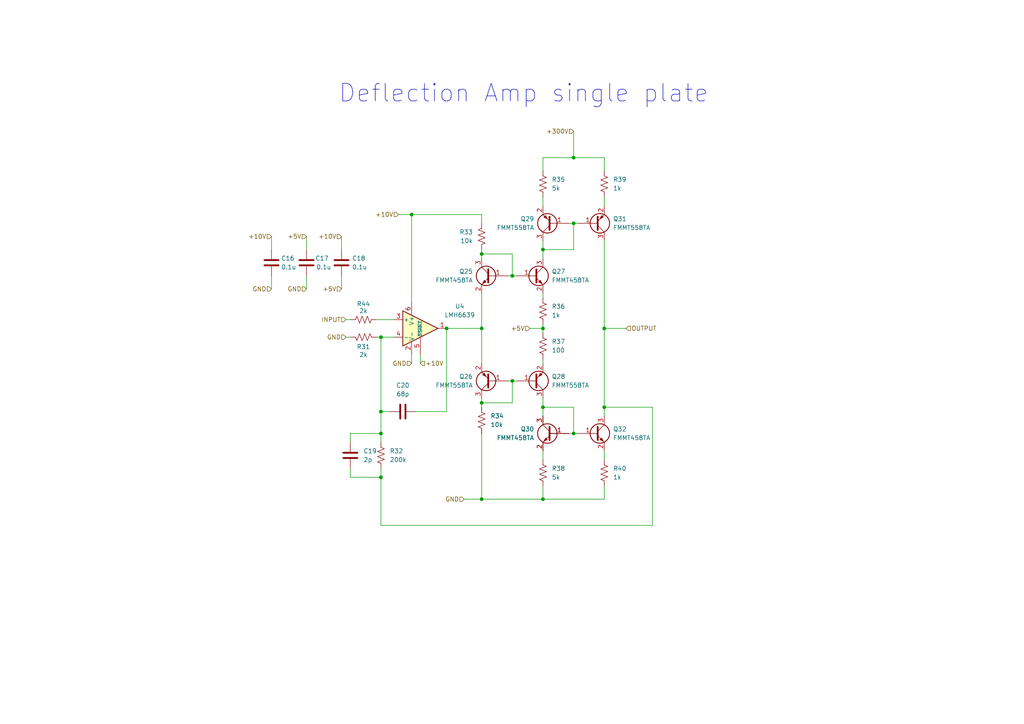
<source format=kicad_sch>
(kicad_sch
	(version 20250114)
	(generator "eeschema")
	(generator_version "9.0")
	(uuid "0031e3bb-1038-498b-8862-b8566e310af1")
	(paper "A4")
	(lib_symbols
		(symbol "Amplifier_Operational:LMH6611"
			(pin_names
				(offset 0.127)
			)
			(exclude_from_sim no)
			(in_bom yes)
			(on_board yes)
			(property "Reference" "U"
				(at 2.54 3.81 0)
				(effects
					(font
						(size 1.27 1.27)
					)
					(justify left)
				)
			)
			(property "Value" "LMH6611"
				(at 2.54 -3.81 0)
				(effects
					(font
						(size 1.27 1.27)
					)
					(justify left)
				)
			)
			(property "Footprint" "Package_TO_SOT_SMD:TSOT-23-6"
				(at 2.54 -6.35 0)
				(effects
					(font
						(size 1.27 1.27)
					)
					(justify left)
					(hide yes)
				)
			)
			(property "Datasheet" "http://www.ti.com/lit/ds/symlink/lmh6612.pdf"
				(at 3.81 3.81 0)
				(effects
					(font
						(size 1.27 1.27)
					)
					(hide yes)
				)
			)
			(property "Description" "Single Supply, 345 MHz, Rail-to-Rail Output, Amplifier, TSOT-23-6"
				(at 0 0 0)
				(effects
					(font
						(size 1.27 1.27)
					)
					(hide yes)
				)
			)
			(property "ki_keywords" "opamp operational amplifier single"
				(at 0 0 0)
				(effects
					(font
						(size 1.27 1.27)
					)
					(hide yes)
				)
			)
			(property "ki_fp_filters" "TSOT*23*"
				(at 0 0 0)
				(effects
					(font
						(size 1.27 1.27)
					)
					(hide yes)
				)
			)
			(symbol "LMH6611_0_1"
				(polyline
					(pts
						(xy -5.08 5.08) (xy 5.08 0) (xy -5.08 -5.08) (xy -5.08 5.08)
					)
					(stroke
						(width 0.254)
						(type default)
					)
					(fill
						(type background)
					)
				)
			)
			(symbol "LMH6611_1_1"
				(pin input line
					(at -7.62 2.54 0)
					(length 2.54)
					(name "+"
						(effects
							(font
								(size 1.27 1.27)
							)
						)
					)
					(number "3"
						(effects
							(font
								(size 1.27 1.27)
							)
						)
					)
				)
				(pin input line
					(at -7.62 -2.54 0)
					(length 2.54)
					(name "-"
						(effects
							(font
								(size 1.27 1.27)
							)
						)
					)
					(number "4"
						(effects
							(font
								(size 1.27 1.27)
							)
						)
					)
				)
				(pin power_in line
					(at -2.54 7.62 270)
					(length 3.81)
					(name "V+"
						(effects
							(font
								(size 1.27 1.27)
							)
						)
					)
					(number "6"
						(effects
							(font
								(size 1.27 1.27)
							)
						)
					)
				)
				(pin power_in line
					(at -2.54 -7.62 90)
					(length 3.81)
					(name "V-"
						(effects
							(font
								(size 1.27 1.27)
							)
						)
					)
					(number "2"
						(effects
							(font
								(size 1.27 1.27)
							)
						)
					)
				)
				(pin input line
					(at 0 -7.62 90)
					(length 5.08)
					(name "~{DISABLE}"
						(effects
							(font
								(size 0.762 0.762)
							)
						)
					)
					(number "5"
						(effects
							(font
								(size 1.27 1.27)
							)
						)
					)
				)
				(pin output line
					(at 7.62 0 180)
					(length 2.54)
					(name "~"
						(effects
							(font
								(size 1.27 1.27)
							)
						)
					)
					(number "1"
						(effects
							(font
								(size 1.27 1.27)
							)
						)
					)
				)
			)
			(embedded_fonts no)
		)
		(symbol "Device:C"
			(pin_numbers
				(hide yes)
			)
			(pin_names
				(offset 0.254)
			)
			(exclude_from_sim no)
			(in_bom yes)
			(on_board yes)
			(property "Reference" "C"
				(at 0.635 2.54 0)
				(effects
					(font
						(size 1.27 1.27)
					)
					(justify left)
				)
			)
			(property "Value" "C"
				(at 0.635 -2.54 0)
				(effects
					(font
						(size 1.27 1.27)
					)
					(justify left)
				)
			)
			(property "Footprint" ""
				(at 0.9652 -3.81 0)
				(effects
					(font
						(size 1.27 1.27)
					)
					(hide yes)
				)
			)
			(property "Datasheet" "~"
				(at 0 0 0)
				(effects
					(font
						(size 1.27 1.27)
					)
					(hide yes)
				)
			)
			(property "Description" "Unpolarized capacitor"
				(at 0 0 0)
				(effects
					(font
						(size 1.27 1.27)
					)
					(hide yes)
				)
			)
			(property "ki_keywords" "cap capacitor"
				(at 0 0 0)
				(effects
					(font
						(size 1.27 1.27)
					)
					(hide yes)
				)
			)
			(property "ki_fp_filters" "C_*"
				(at 0 0 0)
				(effects
					(font
						(size 1.27 1.27)
					)
					(hide yes)
				)
			)
			(symbol "C_0_1"
				(polyline
					(pts
						(xy -2.032 0.762) (xy 2.032 0.762)
					)
					(stroke
						(width 0.508)
						(type default)
					)
					(fill
						(type none)
					)
				)
				(polyline
					(pts
						(xy -2.032 -0.762) (xy 2.032 -0.762)
					)
					(stroke
						(width 0.508)
						(type default)
					)
					(fill
						(type none)
					)
				)
			)
			(symbol "C_1_1"
				(pin passive line
					(at 0 3.81 270)
					(length 2.794)
					(name "~"
						(effects
							(font
								(size 1.27 1.27)
							)
						)
					)
					(number "1"
						(effects
							(font
								(size 1.27 1.27)
							)
						)
					)
				)
				(pin passive line
					(at 0 -3.81 90)
					(length 2.794)
					(name "~"
						(effects
							(font
								(size 1.27 1.27)
							)
						)
					)
					(number "2"
						(effects
							(font
								(size 1.27 1.27)
							)
						)
					)
				)
			)
			(embedded_fonts no)
		)
		(symbol "Device:R_US"
			(pin_numbers
				(hide yes)
			)
			(pin_names
				(offset 0)
			)
			(exclude_from_sim no)
			(in_bom yes)
			(on_board yes)
			(property "Reference" "R"
				(at 2.54 0 90)
				(effects
					(font
						(size 1.27 1.27)
					)
				)
			)
			(property "Value" "R_US"
				(at -2.54 0 90)
				(effects
					(font
						(size 1.27 1.27)
					)
				)
			)
			(property "Footprint" ""
				(at 1.016 -0.254 90)
				(effects
					(font
						(size 1.27 1.27)
					)
					(hide yes)
				)
			)
			(property "Datasheet" "~"
				(at 0 0 0)
				(effects
					(font
						(size 1.27 1.27)
					)
					(hide yes)
				)
			)
			(property "Description" "Resistor, US symbol"
				(at 0 0 0)
				(effects
					(font
						(size 1.27 1.27)
					)
					(hide yes)
				)
			)
			(property "ki_keywords" "R res resistor"
				(at 0 0 0)
				(effects
					(font
						(size 1.27 1.27)
					)
					(hide yes)
				)
			)
			(property "ki_fp_filters" "R_*"
				(at 0 0 0)
				(effects
					(font
						(size 1.27 1.27)
					)
					(hide yes)
				)
			)
			(symbol "R_US_0_1"
				(polyline
					(pts
						(xy 0 2.286) (xy 0 2.54)
					)
					(stroke
						(width 0)
						(type default)
					)
					(fill
						(type none)
					)
				)
				(polyline
					(pts
						(xy 0 2.286) (xy 1.016 1.905) (xy 0 1.524) (xy -1.016 1.143) (xy 0 0.762)
					)
					(stroke
						(width 0)
						(type default)
					)
					(fill
						(type none)
					)
				)
				(polyline
					(pts
						(xy 0 0.762) (xy 1.016 0.381) (xy 0 0) (xy -1.016 -0.381) (xy 0 -0.762)
					)
					(stroke
						(width 0)
						(type default)
					)
					(fill
						(type none)
					)
				)
				(polyline
					(pts
						(xy 0 -0.762) (xy 1.016 -1.143) (xy 0 -1.524) (xy -1.016 -1.905) (xy 0 -2.286)
					)
					(stroke
						(width 0)
						(type default)
					)
					(fill
						(type none)
					)
				)
				(polyline
					(pts
						(xy 0 -2.286) (xy 0 -2.54)
					)
					(stroke
						(width 0)
						(type default)
					)
					(fill
						(type none)
					)
				)
			)
			(symbol "R_US_1_1"
				(pin passive line
					(at 0 3.81 270)
					(length 1.27)
					(name "~"
						(effects
							(font
								(size 1.27 1.27)
							)
						)
					)
					(number "1"
						(effects
							(font
								(size 1.27 1.27)
							)
						)
					)
				)
				(pin passive line
					(at 0 -3.81 90)
					(length 1.27)
					(name "~"
						(effects
							(font
								(size 1.27 1.27)
							)
						)
					)
					(number "2"
						(effects
							(font
								(size 1.27 1.27)
							)
						)
					)
				)
			)
			(embedded_fonts no)
		)
		(symbol "Transistor_BJT:BC848"
			(pin_names
				(offset 0)
				(hide yes)
			)
			(exclude_from_sim no)
			(in_bom yes)
			(on_board yes)
			(property "Reference" "Q"
				(at 5.08 1.905 0)
				(effects
					(font
						(size 1.27 1.27)
					)
					(justify left)
				)
			)
			(property "Value" "BC848"
				(at 5.08 0 0)
				(effects
					(font
						(size 1.27 1.27)
					)
					(justify left)
				)
			)
			(property "Footprint" "Package_TO_SOT_SMD:SOT-23"
				(at 5.08 -1.905 0)
				(effects
					(font
						(size 1.27 1.27)
						(italic yes)
					)
					(justify left)
					(hide yes)
				)
			)
			(property "Datasheet" "http://www.infineon.com/dgdl/Infineon-BC847SERIES_BC848SERIES_BC849SERIES_BC850SERIES-DS-v01_01-en.pdf?fileId=db3a304314dca389011541d4630a1657"
				(at 0 0 0)
				(effects
					(font
						(size 1.27 1.27)
					)
					(justify left)
					(hide yes)
				)
			)
			(property "Description" "0.1A Ic, 30V Vce, NPN Transistor, SOT-23"
				(at 0 0 0)
				(effects
					(font
						(size 1.27 1.27)
					)
					(hide yes)
				)
			)
			(property "ki_keywords" "NPN Small Signal Transistor"
				(at 0 0 0)
				(effects
					(font
						(size 1.27 1.27)
					)
					(hide yes)
				)
			)
			(property "ki_fp_filters" "SOT?23*"
				(at 0 0 0)
				(effects
					(font
						(size 1.27 1.27)
					)
					(hide yes)
				)
			)
			(symbol "BC848_0_1"
				(polyline
					(pts
						(xy 0.635 1.905) (xy 0.635 -1.905) (xy 0.635 -1.905)
					)
					(stroke
						(width 0.508)
						(type default)
					)
					(fill
						(type none)
					)
				)
				(polyline
					(pts
						(xy 0.635 0.635) (xy 2.54 2.54)
					)
					(stroke
						(width 0)
						(type default)
					)
					(fill
						(type none)
					)
				)
				(polyline
					(pts
						(xy 0.635 -0.635) (xy 2.54 -2.54) (xy 2.54 -2.54)
					)
					(stroke
						(width 0)
						(type default)
					)
					(fill
						(type none)
					)
				)
				(circle
					(center 1.27 0)
					(radius 2.8194)
					(stroke
						(width 0.254)
						(type default)
					)
					(fill
						(type none)
					)
				)
				(polyline
					(pts
						(xy 1.27 -1.778) (xy 1.778 -1.27) (xy 2.286 -2.286) (xy 1.27 -1.778) (xy 1.27 -1.778)
					)
					(stroke
						(width 0)
						(type default)
					)
					(fill
						(type outline)
					)
				)
			)
			(symbol "BC848_1_1"
				(pin input line
					(at -5.08 0 0)
					(length 5.715)
					(name "B"
						(effects
							(font
								(size 1.27 1.27)
							)
						)
					)
					(number "1"
						(effects
							(font
								(size 1.27 1.27)
							)
						)
					)
				)
				(pin passive line
					(at 2.54 5.08 270)
					(length 2.54)
					(name "C"
						(effects
							(font
								(size 1.27 1.27)
							)
						)
					)
					(number "3"
						(effects
							(font
								(size 1.27 1.27)
							)
						)
					)
				)
				(pin passive line
					(at 2.54 -5.08 90)
					(length 2.54)
					(name "E"
						(effects
							(font
								(size 1.27 1.27)
							)
						)
					)
					(number "2"
						(effects
							(font
								(size 1.27 1.27)
							)
						)
					)
				)
			)
			(embedded_fonts no)
		)
		(symbol "Transistor_BJT:BC856"
			(pin_names
				(offset 0)
				(hide yes)
			)
			(exclude_from_sim no)
			(in_bom yes)
			(on_board yes)
			(property "Reference" "Q"
				(at 5.08 1.905 0)
				(effects
					(font
						(size 1.27 1.27)
					)
					(justify left)
				)
			)
			(property "Value" "BC856"
				(at 5.08 0 0)
				(effects
					(font
						(size 1.27 1.27)
					)
					(justify left)
				)
			)
			(property "Footprint" "Package_TO_SOT_SMD:SOT-23"
				(at 5.08 -1.905 0)
				(effects
					(font
						(size 1.27 1.27)
						(italic yes)
					)
					(justify left)
					(hide yes)
				)
			)
			(property "Datasheet" "https://www.onsemi.com/pub/Collateral/BC860-D.pdf"
				(at 0 0 0)
				(effects
					(font
						(size 1.27 1.27)
					)
					(justify left)
					(hide yes)
				)
			)
			(property "Description" "0.1A Ic, 65V Vce, PNP Transistor, SOT-23"
				(at 0 0 0)
				(effects
					(font
						(size 1.27 1.27)
					)
					(hide yes)
				)
			)
			(property "ki_keywords" "PNP transistor"
				(at 0 0 0)
				(effects
					(font
						(size 1.27 1.27)
					)
					(hide yes)
				)
			)
			(property "ki_fp_filters" "SOT?23*"
				(at 0 0 0)
				(effects
					(font
						(size 1.27 1.27)
					)
					(hide yes)
				)
			)
			(symbol "BC856_0_1"
				(polyline
					(pts
						(xy 0.635 1.905) (xy 0.635 -1.905) (xy 0.635 -1.905)
					)
					(stroke
						(width 0.508)
						(type default)
					)
					(fill
						(type none)
					)
				)
				(polyline
					(pts
						(xy 0.635 0.635) (xy 2.54 2.54)
					)
					(stroke
						(width 0)
						(type default)
					)
					(fill
						(type none)
					)
				)
				(polyline
					(pts
						(xy 0.635 -0.635) (xy 2.54 -2.54) (xy 2.54 -2.54)
					)
					(stroke
						(width 0)
						(type default)
					)
					(fill
						(type none)
					)
				)
				(circle
					(center 1.27 0)
					(radius 2.8194)
					(stroke
						(width 0.254)
						(type default)
					)
					(fill
						(type none)
					)
				)
				(polyline
					(pts
						(xy 2.286 -1.778) (xy 1.778 -2.286) (xy 1.27 -1.27) (xy 2.286 -1.778) (xy 2.286 -1.778)
					)
					(stroke
						(width 0)
						(type default)
					)
					(fill
						(type outline)
					)
				)
			)
			(symbol "BC856_1_1"
				(pin input line
					(at -5.08 0 0)
					(length 5.715)
					(name "B"
						(effects
							(font
								(size 1.27 1.27)
							)
						)
					)
					(number "1"
						(effects
							(font
								(size 1.27 1.27)
							)
						)
					)
				)
				(pin passive line
					(at 2.54 5.08 270)
					(length 2.54)
					(name "C"
						(effects
							(font
								(size 1.27 1.27)
							)
						)
					)
					(number "3"
						(effects
							(font
								(size 1.27 1.27)
							)
						)
					)
				)
				(pin passive line
					(at 2.54 -5.08 90)
					(length 2.54)
					(name "E"
						(effects
							(font
								(size 1.27 1.27)
							)
						)
					)
					(number "2"
						(effects
							(font
								(size 1.27 1.27)
							)
						)
					)
				)
			)
			(embedded_fonts no)
		)
	)
	(text "Deflection Amp single plate\n"
		(exclude_from_sim no)
		(at 151.892 27.178 0)
		(effects
			(font
				(size 5.08 5.08)
			)
		)
		(uuid "93fa8328-561d-4fb3-9093-fdbc3fdced8d")
	)
	(junction
		(at 175.26 118.11)
		(diameter 0)
		(color 0 0 0 0)
		(uuid "10e25975-e677-42cf-8329-adc50b52fe08")
	)
	(junction
		(at 166.37 64.77)
		(diameter 0)
		(color 0 0 0 0)
		(uuid "14ad3e47-2db6-44c8-802b-f2ff46b8e638")
	)
	(junction
		(at 175.26 95.25)
		(diameter 0)
		(color 0 0 0 0)
		(uuid "47a3f3d0-cf4b-4d24-acad-9d456da55b5c")
	)
	(junction
		(at 139.7 95.25)
		(diameter 0)
		(color 0 0 0 0)
		(uuid "4d9befbf-c7d1-448d-9fd4-9db4c3ab6023")
	)
	(junction
		(at 129.54 95.25)
		(diameter 0)
		(color 0 0 0 0)
		(uuid "63e70a46-e8be-446a-b71c-566333dce5ca")
	)
	(junction
		(at 157.48 72.39)
		(diameter 0)
		(color 0 0 0 0)
		(uuid "677f552c-48a9-4eef-8f8a-f0ac87e0fc68")
	)
	(junction
		(at 157.48 144.78)
		(diameter 0)
		(color 0 0 0 0)
		(uuid "68941961-47e0-4957-af86-03efb5dd879b")
	)
	(junction
		(at 110.49 125.73)
		(diameter 0)
		(color 0 0 0 0)
		(uuid "79319141-ef2a-4346-a6dd-bada615af021")
	)
	(junction
		(at 119.38 62.23)
		(diameter 0)
		(color 0 0 0 0)
		(uuid "96115b34-a63c-4f24-9543-646d040e77a9")
	)
	(junction
		(at 166.37 45.72)
		(diameter 0)
		(color 0 0 0 0)
		(uuid "966f202a-4b16-4358-a4cc-e34449291538")
	)
	(junction
		(at 166.37 125.73)
		(diameter 0)
		(color 0 0 0 0)
		(uuid "98b6ac55-f568-4aef-9628-03696f5e0f0f")
	)
	(junction
		(at 110.49 119.38)
		(diameter 0)
		(color 0 0 0 0)
		(uuid "a3593006-540d-4d09-98c5-3719b8232f16")
	)
	(junction
		(at 110.49 138.43)
		(diameter 0)
		(color 0 0 0 0)
		(uuid "b1daaa54-2e64-413b-a984-5901e39adf2f")
	)
	(junction
		(at 157.48 95.25)
		(diameter 0)
		(color 0 0 0 0)
		(uuid "b6696979-0b8a-4518-821c-b94b21efc68c")
	)
	(junction
		(at 157.48 118.11)
		(diameter 0)
		(color 0 0 0 0)
		(uuid "bdc92b81-3b0f-4ee9-a367-b83736ea97dd")
	)
	(junction
		(at 139.7 116.84)
		(diameter 0)
		(color 0 0 0 0)
		(uuid "cb0c4755-bec1-4164-a04e-57872ede881b")
	)
	(junction
		(at 148.59 80.01)
		(diameter 0)
		(color 0 0 0 0)
		(uuid "d87406b0-f188-4ac7-89d5-18decbcbb0b0")
	)
	(junction
		(at 139.7 144.78)
		(diameter 0)
		(color 0 0 0 0)
		(uuid "db81126d-95ab-4ac7-b552-ab1ccebeea0d")
	)
	(junction
		(at 148.59 110.49)
		(diameter 0)
		(color 0 0 0 0)
		(uuid "dd563512-3f34-4ebe-a6ed-d6f3fe5ca11d")
	)
	(junction
		(at 110.49 97.79)
		(diameter 0)
		(color 0 0 0 0)
		(uuid "e1f2c9b6-acad-4070-a4e1-ddd5fe783051")
	)
	(junction
		(at 139.7 73.66)
		(diameter 0)
		(color 0 0 0 0)
		(uuid "fa699052-ca01-443a-a8a1-2a80cc785e45")
	)
	(wire
		(pts
			(xy 175.26 95.25) (xy 175.26 118.11)
		)
		(stroke
			(width 0)
			(type default)
		)
		(uuid "007f5122-c427-4d62-a7b4-a86c871a3c7a")
	)
	(wire
		(pts
			(xy 139.7 62.23) (xy 139.7 64.77)
		)
		(stroke
			(width 0)
			(type default)
		)
		(uuid "02370de1-e62f-46f4-a188-58715e5620e1")
	)
	(wire
		(pts
			(xy 175.26 45.72) (xy 175.26 49.53)
		)
		(stroke
			(width 0)
			(type default)
		)
		(uuid "0260f380-c1b0-4073-aeac-6151d727973b")
	)
	(wire
		(pts
			(xy 110.49 119.38) (xy 113.03 119.38)
		)
		(stroke
			(width 0)
			(type default)
		)
		(uuid "05e6ef0b-c087-4a05-a338-e8bc60455d70")
	)
	(wire
		(pts
			(xy 157.48 57.15) (xy 157.48 59.69)
		)
		(stroke
			(width 0)
			(type default)
		)
		(uuid "0ad48de0-8ae9-4fc2-94c0-5e082e3cb55c")
	)
	(wire
		(pts
			(xy 119.38 62.23) (xy 139.7 62.23)
		)
		(stroke
			(width 0)
			(type default)
		)
		(uuid "12c94db4-05d6-49fe-ace1-381b71a82bad")
	)
	(wire
		(pts
			(xy 78.74 68.58) (xy 78.74 72.39)
		)
		(stroke
			(width 0)
			(type default)
		)
		(uuid "1650314b-42a0-44cc-8542-190c5387b138")
	)
	(wire
		(pts
			(xy 148.59 80.01) (xy 149.86 80.01)
		)
		(stroke
			(width 0)
			(type default)
		)
		(uuid "1853094b-2e05-4e6c-950e-dcf7e6a58f60")
	)
	(wire
		(pts
			(xy 139.7 116.84) (xy 148.59 116.84)
		)
		(stroke
			(width 0)
			(type default)
		)
		(uuid "2110da4c-40a6-42d7-86dd-731a3729c788")
	)
	(wire
		(pts
			(xy 139.7 115.57) (xy 139.7 116.84)
		)
		(stroke
			(width 0)
			(type default)
		)
		(uuid "262edc08-5281-413f-a025-c8635b98dac7")
	)
	(wire
		(pts
			(xy 147.32 80.01) (xy 148.59 80.01)
		)
		(stroke
			(width 0)
			(type default)
		)
		(uuid "269c7246-79a9-4606-879c-bc8717b3ff9f")
	)
	(wire
		(pts
			(xy 157.48 140.97) (xy 157.48 144.78)
		)
		(stroke
			(width 0)
			(type default)
		)
		(uuid "296bd9b2-773d-44bc-baca-a667faf34200")
	)
	(wire
		(pts
			(xy 189.23 118.11) (xy 189.23 152.4)
		)
		(stroke
			(width 0)
			(type default)
		)
		(uuid "2e0e554b-098e-4522-8774-e1b7c3fc9f27")
	)
	(wire
		(pts
			(xy 110.49 97.79) (xy 114.3 97.79)
		)
		(stroke
			(width 0)
			(type default)
		)
		(uuid "2e89c9c1-14b0-42b5-a6e0-22c979501802")
	)
	(wire
		(pts
			(xy 157.48 49.53) (xy 157.48 45.72)
		)
		(stroke
			(width 0)
			(type default)
		)
		(uuid "35a305e7-32ec-4cc6-9626-314f3a20e261")
	)
	(wire
		(pts
			(xy 110.49 135.89) (xy 110.49 138.43)
		)
		(stroke
			(width 0)
			(type default)
		)
		(uuid "388b8e57-4826-4913-81e8-b1828f5ada64")
	)
	(wire
		(pts
			(xy 139.7 72.39) (xy 139.7 73.66)
		)
		(stroke
			(width 0)
			(type default)
		)
		(uuid "3c0d856d-b5fe-42e5-ada0-44f9d31dfb06")
	)
	(wire
		(pts
			(xy 148.59 73.66) (xy 148.59 80.01)
		)
		(stroke
			(width 0)
			(type default)
		)
		(uuid "42ee0faf-4551-44ea-960a-284a496664b6")
	)
	(wire
		(pts
			(xy 157.48 118.11) (xy 157.48 120.65)
		)
		(stroke
			(width 0)
			(type default)
		)
		(uuid "4619db35-52bb-41f1-9664-11829a29f205")
	)
	(wire
		(pts
			(xy 139.7 73.66) (xy 148.59 73.66)
		)
		(stroke
			(width 0)
			(type default)
		)
		(uuid "46fee1c4-9b81-400f-b1df-cc1af91a75da")
	)
	(wire
		(pts
			(xy 157.48 144.78) (xy 175.26 144.78)
		)
		(stroke
			(width 0)
			(type default)
		)
		(uuid "475b8812-6738-4a44-b0fc-1c6fe532aadc")
	)
	(wire
		(pts
			(xy 157.48 130.81) (xy 157.48 133.35)
		)
		(stroke
			(width 0)
			(type default)
		)
		(uuid "48e4c7ca-5f1c-4fc2-943e-e3aaf6602ec5")
	)
	(wire
		(pts
			(xy 88.9 80.01) (xy 88.9 83.82)
		)
		(stroke
			(width 0)
			(type default)
		)
		(uuid "49e62fe8-b335-4317-9ca6-6f0751456f5c")
	)
	(wire
		(pts
			(xy 157.48 72.39) (xy 157.48 74.93)
		)
		(stroke
			(width 0)
			(type default)
		)
		(uuid "4d913017-811f-4d29-a103-002c1a9a1635")
	)
	(wire
		(pts
			(xy 100.33 92.71) (xy 101.6 92.71)
		)
		(stroke
			(width 0)
			(type default)
		)
		(uuid "56229ffc-a59e-4137-9ed6-b3328c7f7b2f")
	)
	(wire
		(pts
			(xy 157.48 118.11) (xy 166.37 118.11)
		)
		(stroke
			(width 0)
			(type default)
		)
		(uuid "58fc4788-ae01-4a86-b250-10107f902def")
	)
	(wire
		(pts
			(xy 175.26 95.25) (xy 181.61 95.25)
		)
		(stroke
			(width 0)
			(type default)
		)
		(uuid "5a3dbb1f-df10-4090-8b14-38bdb2eb4fdb")
	)
	(wire
		(pts
			(xy 166.37 64.77) (xy 166.37 72.39)
		)
		(stroke
			(width 0)
			(type default)
		)
		(uuid "650f8b61-2dd7-487b-98d6-2f88c65fd981")
	)
	(wire
		(pts
			(xy 166.37 64.77) (xy 167.64 64.77)
		)
		(stroke
			(width 0)
			(type default)
		)
		(uuid "6f9c35cd-023c-429a-8946-4f7893dc919d")
	)
	(wire
		(pts
			(xy 109.22 97.79) (xy 110.49 97.79)
		)
		(stroke
			(width 0)
			(type default)
		)
		(uuid "73132a8a-7d10-4ebf-b764-bd3179b7fbee")
	)
	(wire
		(pts
			(xy 175.26 57.15) (xy 175.26 59.69)
		)
		(stroke
			(width 0)
			(type default)
		)
		(uuid "799530de-77a6-4da7-bea6-4f8d00e6d83f")
	)
	(wire
		(pts
			(xy 189.23 152.4) (xy 110.49 152.4)
		)
		(stroke
			(width 0)
			(type default)
		)
		(uuid "7a305473-3ee3-48fa-a9af-5931673f2272")
	)
	(wire
		(pts
			(xy 157.48 45.72) (xy 166.37 45.72)
		)
		(stroke
			(width 0)
			(type default)
		)
		(uuid "7b9d6d19-3779-4ebb-b2cd-cb3c57d5e1cd")
	)
	(wire
		(pts
			(xy 175.26 69.85) (xy 175.26 95.25)
		)
		(stroke
			(width 0)
			(type default)
		)
		(uuid "7ca320e8-af4a-4c17-be5a-527d14aee9ff")
	)
	(wire
		(pts
			(xy 175.26 144.78) (xy 175.26 140.97)
		)
		(stroke
			(width 0)
			(type default)
		)
		(uuid "803a03b8-d333-466e-b5b7-ac185973f7fc")
	)
	(wire
		(pts
			(xy 157.48 85.09) (xy 157.48 86.36)
		)
		(stroke
			(width 0)
			(type default)
		)
		(uuid "85796dee-8a5c-4a62-a1c3-79d96b492864")
	)
	(wire
		(pts
			(xy 175.26 130.81) (xy 175.26 133.35)
		)
		(stroke
			(width 0)
			(type default)
		)
		(uuid "8a93ffe6-9a45-49c3-9537-224ac65c42d4")
	)
	(wire
		(pts
			(xy 166.37 45.72) (xy 175.26 45.72)
		)
		(stroke
			(width 0)
			(type default)
		)
		(uuid "8f85fb40-a9f2-4d22-93bc-8ab4494bce88")
	)
	(wire
		(pts
			(xy 134.62 144.78) (xy 139.7 144.78)
		)
		(stroke
			(width 0)
			(type default)
		)
		(uuid "9180385f-c962-4fac-9852-8a705f4541c2")
	)
	(wire
		(pts
			(xy 100.33 97.79) (xy 101.6 97.79)
		)
		(stroke
			(width 0)
			(type default)
		)
		(uuid "92de2905-b01e-498d-905d-6dff0a4fabd5")
	)
	(wire
		(pts
			(xy 175.26 118.11) (xy 189.23 118.11)
		)
		(stroke
			(width 0)
			(type default)
		)
		(uuid "93d204b6-31fb-4ed9-af90-61a964db1b97")
	)
	(wire
		(pts
			(xy 115.57 62.23) (xy 119.38 62.23)
		)
		(stroke
			(width 0)
			(type default)
		)
		(uuid "941e2c95-2aed-4869-b8bb-3fcc95fb57ee")
	)
	(wire
		(pts
			(xy 110.49 119.38) (xy 110.49 97.79)
		)
		(stroke
			(width 0)
			(type default)
		)
		(uuid "956b09a3-87de-4c81-8341-5a6e8057c59b")
	)
	(wire
		(pts
			(xy 166.37 118.11) (xy 166.37 125.73)
		)
		(stroke
			(width 0)
			(type default)
		)
		(uuid "96df2406-418d-4c89-8319-9236cb21db7c")
	)
	(wire
		(pts
			(xy 110.49 125.73) (xy 110.49 119.38)
		)
		(stroke
			(width 0)
			(type default)
		)
		(uuid "96ffdcd6-e641-440d-bab0-80e910dc3c96")
	)
	(wire
		(pts
			(xy 166.37 125.73) (xy 167.64 125.73)
		)
		(stroke
			(width 0)
			(type default)
		)
		(uuid "975caf21-aa83-4661-9cd5-19c2f253803b")
	)
	(wire
		(pts
			(xy 175.26 118.11) (xy 175.26 120.65)
		)
		(stroke
			(width 0)
			(type default)
		)
		(uuid "9abfad8a-ad81-4544-8f43-4aa32c38714f")
	)
	(wire
		(pts
			(xy 139.7 95.25) (xy 139.7 105.41)
		)
		(stroke
			(width 0)
			(type default)
		)
		(uuid "9b9a4c97-acf1-4e24-b2c6-6351eb9a05b1")
	)
	(wire
		(pts
			(xy 157.48 93.98) (xy 157.48 95.25)
		)
		(stroke
			(width 0)
			(type default)
		)
		(uuid "9c467c6e-0c87-4c7e-be35-329580f88e73")
	)
	(wire
		(pts
			(xy 109.22 92.71) (xy 114.3 92.71)
		)
		(stroke
			(width 0)
			(type default)
		)
		(uuid "9dee847b-f5aa-49d1-b883-b5c2f6d6ca57")
	)
	(wire
		(pts
			(xy 110.49 128.27) (xy 110.49 125.73)
		)
		(stroke
			(width 0)
			(type default)
		)
		(uuid "a394170a-667e-4251-adca-cfa92c1dc157")
	)
	(wire
		(pts
			(xy 101.6 135.89) (xy 101.6 138.43)
		)
		(stroke
			(width 0)
			(type default)
		)
		(uuid "a47c59b5-bec3-4013-aa7f-bbb48b6575ec")
	)
	(wire
		(pts
			(xy 99.06 68.58) (xy 99.06 72.39)
		)
		(stroke
			(width 0)
			(type default)
		)
		(uuid "a5d1deaa-dfe7-46c2-b93d-bb3ec0565b20")
	)
	(wire
		(pts
			(xy 99.06 80.01) (xy 99.06 83.82)
		)
		(stroke
			(width 0)
			(type default)
		)
		(uuid "a87e2f6f-58d4-4b70-ac98-851f16312c16")
	)
	(wire
		(pts
			(xy 129.54 95.25) (xy 129.54 119.38)
		)
		(stroke
			(width 0)
			(type default)
		)
		(uuid "aa09dc2f-9da5-4cf9-81fd-442b00162037")
	)
	(wire
		(pts
			(xy 157.48 115.57) (xy 157.48 118.11)
		)
		(stroke
			(width 0)
			(type default)
		)
		(uuid "ad243782-0883-4f7c-9cf6-b787245e53cc")
	)
	(wire
		(pts
			(xy 157.48 104.14) (xy 157.48 105.41)
		)
		(stroke
			(width 0)
			(type default)
		)
		(uuid "b30eeba1-8f10-43fc-a260-71ada0964d5b")
	)
	(wire
		(pts
			(xy 101.6 125.73) (xy 110.49 125.73)
		)
		(stroke
			(width 0)
			(type default)
		)
		(uuid "b3154d9d-3e54-4b0a-9b80-a06703701477")
	)
	(wire
		(pts
			(xy 148.59 110.49) (xy 149.86 110.49)
		)
		(stroke
			(width 0)
			(type default)
		)
		(uuid "b57d618f-9ad1-44cc-bcd7-a4c4578f2573")
	)
	(wire
		(pts
			(xy 139.7 85.09) (xy 139.7 95.25)
		)
		(stroke
			(width 0)
			(type default)
		)
		(uuid "b78a83e6-5be6-4aa5-b5c1-d3f2e930c546")
	)
	(wire
		(pts
			(xy 119.38 102.87) (xy 119.38 105.41)
		)
		(stroke
			(width 0)
			(type default)
		)
		(uuid "b92ba261-0c27-47e0-bede-59f2860c3c32")
	)
	(wire
		(pts
			(xy 147.32 110.49) (xy 148.59 110.49)
		)
		(stroke
			(width 0)
			(type default)
		)
		(uuid "bde5a314-b542-40e7-b4c5-7d1aa281c4bc")
	)
	(wire
		(pts
			(xy 101.6 138.43) (xy 110.49 138.43)
		)
		(stroke
			(width 0)
			(type default)
		)
		(uuid "c1423023-480a-4c90-90c0-d66d8d63a97b")
	)
	(wire
		(pts
			(xy 88.9 68.58) (xy 88.9 72.39)
		)
		(stroke
			(width 0)
			(type default)
		)
		(uuid "c17234c4-c84c-47b2-b64b-c18ddc23e4f4")
	)
	(wire
		(pts
			(xy 78.74 80.01) (xy 78.74 83.82)
		)
		(stroke
			(width 0)
			(type default)
		)
		(uuid "c400a719-2820-430b-806a-e9f79e1c8188")
	)
	(wire
		(pts
			(xy 153.67 95.25) (xy 157.48 95.25)
		)
		(stroke
			(width 0)
			(type default)
		)
		(uuid "c46c8a9a-19e4-483f-8b67-887228487d52")
	)
	(wire
		(pts
			(xy 166.37 38.1) (xy 166.37 45.72)
		)
		(stroke
			(width 0)
			(type default)
		)
		(uuid "c5425256-1cbe-437e-ba20-ae3f95b719ad")
	)
	(wire
		(pts
			(xy 110.49 138.43) (xy 110.49 152.4)
		)
		(stroke
			(width 0)
			(type default)
		)
		(uuid "c5dcd839-6226-401d-9c78-4a204cb1f9f9")
	)
	(wire
		(pts
			(xy 139.7 73.66) (xy 139.7 74.93)
		)
		(stroke
			(width 0)
			(type default)
		)
		(uuid "ca03d53a-bb00-4609-8777-b2278278ed5d")
	)
	(wire
		(pts
			(xy 165.1 64.77) (xy 166.37 64.77)
		)
		(stroke
			(width 0)
			(type default)
		)
		(uuid "caf6971b-2dfb-4856-8098-7a243876f4d5")
	)
	(wire
		(pts
			(xy 157.48 69.85) (xy 157.48 72.39)
		)
		(stroke
			(width 0)
			(type default)
		)
		(uuid "cc76a19a-124e-412a-9a7f-e49d8fb91dec")
	)
	(wire
		(pts
			(xy 139.7 144.78) (xy 157.48 144.78)
		)
		(stroke
			(width 0)
			(type default)
		)
		(uuid "cf040217-1d75-44ba-913a-668bb40e833a")
	)
	(wire
		(pts
			(xy 148.59 116.84) (xy 148.59 110.49)
		)
		(stroke
			(width 0)
			(type default)
		)
		(uuid "d1bf6c72-8951-4db8-8133-6bb91c9705f8")
	)
	(wire
		(pts
			(xy 165.1 125.73) (xy 166.37 125.73)
		)
		(stroke
			(width 0)
			(type default)
		)
		(uuid "dd8af003-8853-4591-ae22-27b4825dbde7")
	)
	(wire
		(pts
			(xy 157.48 72.39) (xy 166.37 72.39)
		)
		(stroke
			(width 0)
			(type default)
		)
		(uuid "e40dbe9c-21e7-4ca2-954b-1ca88a9f2806")
	)
	(wire
		(pts
			(xy 129.54 95.25) (xy 139.7 95.25)
		)
		(stroke
			(width 0)
			(type default)
		)
		(uuid "ecceda4d-e86e-4de4-b3d5-4b9e119d9acd")
	)
	(wire
		(pts
			(xy 101.6 128.27) (xy 101.6 125.73)
		)
		(stroke
			(width 0)
			(type default)
		)
		(uuid "ed939bb0-fc33-4945-86bb-fa08467489ff")
	)
	(wire
		(pts
			(xy 139.7 125.73) (xy 139.7 144.78)
		)
		(stroke
			(width 0)
			(type default)
		)
		(uuid "ee8e2ffb-2b42-4b57-98f7-30296fcc3986")
	)
	(wire
		(pts
			(xy 157.48 95.25) (xy 157.48 96.52)
		)
		(stroke
			(width 0)
			(type default)
		)
		(uuid "f69627f2-0fe7-4ecf-9d1f-5a26f9559bbd")
	)
	(wire
		(pts
			(xy 139.7 116.84) (xy 139.7 118.11)
		)
		(stroke
			(width 0)
			(type default)
		)
		(uuid "f741eab1-8fec-4fd7-abda-4b09b47711ec")
	)
	(wire
		(pts
			(xy 120.65 119.38) (xy 129.54 119.38)
		)
		(stroke
			(width 0)
			(type default)
		)
		(uuid "f9c98d78-dc4d-4e8e-9cf7-969619a907cf")
	)
	(wire
		(pts
			(xy 121.92 102.87) (xy 121.92 105.41)
		)
		(stroke
			(width 0)
			(type default)
		)
		(uuid "fecae6d9-d82c-45fc-a891-18b63cb9c5c6")
	)
	(wire
		(pts
			(xy 119.38 62.23) (xy 119.38 87.63)
		)
		(stroke
			(width 0)
			(type default)
		)
		(uuid "ff7fef9c-92fb-4d47-a461-23550e6abeb7")
	)
	(hierarchical_label "+10V"
		(shape input)
		(at 78.74 68.58 180)
		(effects
			(font
				(size 1.27 1.27)
			)
			(justify right)
		)
		(uuid "45bd66ef-a297-4803-9cf0-2a2264d7bc61")
	)
	(hierarchical_label "+10V"
		(shape input)
		(at 121.92 105.41 0)
		(effects
			(font
				(size 1.27 1.27)
			)
			(justify left)
		)
		(uuid "6745f797-ad5a-4cb4-90be-6cb3282fc615")
	)
	(hierarchical_label "GND"
		(shape input)
		(at 78.74 83.82 180)
		(effects
			(font
				(size 1.27 1.27)
			)
			(justify right)
		)
		(uuid "69dcb18a-8e94-4d7b-a33c-31b977b91381")
	)
	(hierarchical_label "+10V"
		(shape input)
		(at 115.57 62.23 180)
		(effects
			(font
				(size 1.27 1.27)
			)
			(justify right)
		)
		(uuid "6ff10fea-99bf-4019-af3d-edd38ada8e86")
	)
	(hierarchical_label "+5V"
		(shape input)
		(at 153.67 95.25 180)
		(effects
			(font
				(size 1.27 1.27)
			)
			(justify right)
		)
		(uuid "6ff19884-6129-4c29-8df6-a2632d43a365")
	)
	(hierarchical_label "+5V"
		(shape input)
		(at 99.06 83.82 180)
		(effects
			(font
				(size 1.27 1.27)
			)
			(justify right)
		)
		(uuid "7de97f90-6a8d-4b4e-81dd-32e0407591a0")
	)
	(hierarchical_label "GND"
		(shape input)
		(at 134.62 144.78 180)
		(effects
			(font
				(size 1.27 1.27)
			)
			(justify right)
		)
		(uuid "82efccb4-d2b8-4518-8a70-96263acd4a32")
	)
	(hierarchical_label "GND"
		(shape input)
		(at 88.9 83.82 180)
		(effects
			(font
				(size 1.27 1.27)
			)
			(justify right)
		)
		(uuid "8cf90f40-5499-4977-b0c6-350797fb91be")
	)
	(hierarchical_label "+300V"
		(shape input)
		(at 166.37 38.1 180)
		(effects
			(font
				(size 1.27 1.27)
			)
			(justify right)
		)
		(uuid "93ad3925-b849-48a5-b708-e8f908ff2b44")
	)
	(hierarchical_label "GND"
		(shape input)
		(at 119.38 105.41 180)
		(effects
			(font
				(size 1.27 1.27)
			)
			(justify right)
		)
		(uuid "a4c6859d-6fff-408b-818d-9416efa89cdf")
	)
	(hierarchical_label "+5V"
		(shape input)
		(at 88.9 68.58 180)
		(effects
			(font
				(size 1.27 1.27)
			)
			(justify right)
		)
		(uuid "b5083db9-adeb-4627-8ba6-c7426afb746f")
	)
	(hierarchical_label "INPUT"
		(shape input)
		(at 100.33 92.71 180)
		(effects
			(font
				(size 1.27 1.27)
			)
			(justify right)
		)
		(uuid "d757e236-e153-44d3-96da-ff98467b0ff8")
	)
	(hierarchical_label "+10V"
		(shape input)
		(at 99.06 68.58 180)
		(effects
			(font
				(size 1.27 1.27)
			)
			(justify right)
		)
		(uuid "da3a543b-9e0b-43cb-93a1-bc85e3dc6924")
	)
	(hierarchical_label "OUTPUT"
		(shape input)
		(at 181.61 95.25 0)
		(effects
			(font
				(size 1.27 1.27)
			)
			(justify left)
		)
		(uuid "dcbadb7f-7e80-4b13-a906-04d840f2d1a9")
	)
	(hierarchical_label "GND"
		(shape input)
		(at 100.33 97.79 180)
		(effects
			(font
				(size 1.27 1.27)
			)
			(justify right)
		)
		(uuid "fcc4c1e0-ef55-474e-97dd-07c4cfcf77e9")
	)
	(symbol
		(lib_id "Transistor_BJT:BC856")
		(at 154.94 110.49 0)
		(mirror x)
		(unit 1)
		(exclude_from_sim no)
		(in_bom yes)
		(on_board yes)
		(dnp no)
		(uuid "01ed3437-b284-4a5f-b240-95230ebcec85")
		(property "Reference" "Q4"
			(at 160.02 109.2199 0)
			(effects
				(font
					(size 1.27 1.27)
				)
				(justify left)
			)
		)
		(property "Value" "FMMT558TA"
			(at 160.02 111.7599 0)
			(effects
				(font
					(size 1.27 1.27)
				)
				(justify left)
			)
		)
		(property "Footprint" "Package_TO_SOT_SMD:SOT-23"
			(at 160.02 108.585 0)
			(effects
				(font
					(size 1.27 1.27)
					(italic yes)
				)
				(justify left)
				(hide yes)
			)
		)
		(property "Datasheet" "FMMT558TA"
			(at 154.94 110.49 0)
			(effects
				(font
					(size 1.27 1.27)
				)
				(justify left)
				(hide yes)
			)
		)
		(property "Description" "0.1A Ic, 65V Vce, PNP Transistor, SOT-23"
			(at 154.94 110.49 0)
			(effects
				(font
					(size 1.27 1.27)
				)
				(hide yes)
			)
		)
		(property "DATASHEET-URL" ""
			(at 154.94 110.49 0)
			(effects
				(font
					(size 1.27 1.27)
				)
			)
		)
		(property "IC-REFERENCE" ""
			(at 154.94 110.49 0)
			(effects
				(font
					(size 1.27 1.27)
				)
			)
		)
		(property "IOUT1" ""
			(at 154.94 110.49 0)
			(effects
				(font
					(size 1.27 1.27)
				)
			)
		)
		(property "IOUT2" ""
			(at 154.94 110.49 0)
			(effects
				(font
					(size 1.27 1.27)
				)
			)
		)
		(property "ISAT" ""
			(at 154.94 110.49 0)
			(effects
				(font
					(size 1.27 1.27)
				)
			)
		)
		(property "L" ""
			(at 154.94 110.49 0)
			(effects
				(font
					(size 1.27 1.27)
				)
			)
		)
		(property "LS" ""
			(at 154.94 110.49 0)
			(effects
				(font
					(size 1.27 1.27)
				)
			)
		)
		(property "MAXIMUM_PACKAGE_HEIGHT" ""
			(at 154.94 110.49 0)
			(effects
				(font
					(size 1.27 1.27)
				)
			)
		)
		(property "MOUNT" ""
			(at 154.94 110.49 0)
			(effects
				(font
					(size 1.27 1.27)
				)
			)
		)
		(property "N" ""
			(at 154.94 110.49 0)
			(effects
				(font
					(size 1.27 1.27)
				)
			)
		)
		(property "PART-NUMBER" ""
			(at 154.94 110.49 0)
			(effects
				(font
					(size 1.27 1.27)
				)
			)
		)
		(property "PARTREV" ""
			(at 154.94 110.49 0)
			(effects
				(font
					(size 1.27 1.27)
				)
			)
		)
		(property "SIZE" ""
			(at 154.94 110.49 0)
			(effects
				(font
					(size 1.27 1.27)
				)
			)
		)
		(property "Sim.Device" ""
			(at 154.94 110.49 0)
			(effects
				(font
					(size 1.27 1.27)
				)
			)
		)
		(property "Sim.Pins" ""
			(at 154.94 110.49 0)
			(effects
				(font
					(size 1.27 1.27)
				)
			)
		)
		(property "VALUE" ""
			(at 154.94 110.49 0)
			(effects
				(font
					(size 1.27 1.27)
				)
			)
		)
		(property "VIN" ""
			(at 154.94 110.49 0)
			(effects
				(font
					(size 1.27 1.27)
				)
			)
		)
		(property "VOUT1" ""
			(at 154.94 110.49 0)
			(effects
				(font
					(size 1.27 1.27)
				)
			)
		)
		(property "VOUT2" ""
			(at 154.94 110.49 0)
			(effects
				(font
					(size 1.27 1.27)
				)
			)
		)
		(property "VT" ""
			(at 154.94 110.49 0)
			(effects
				(font
					(size 1.27 1.27)
				)
			)
		)
		(pin "3"
			(uuid "eb960fa8-b329-4315-ad9a-0a2af76093b4")
		)
		(pin "1"
			(uuid "f4634d46-ae40-4a46-b000-dcf46d2964d8")
		)
		(pin "2"
			(uuid "b46e979c-e06a-48d8-8831-94400e7dc03d")
		)
		(instances
			(project "deflection_board_2"
				(path "/96f2ff15-c3e5-48fe-ae2c-b9bf88af19f4/08d04fae-8089-431f-a89b-852fabad3308"
					(reference "Q28")
					(unit 1)
				)
				(path "/96f2ff15-c3e5-48fe-ae2c-b9bf88af19f4/354868ad-76f3-4ae5-9691-581e177cfb8f"
					(reference "Q12")
					(unit 1)
				)
				(path "/96f2ff15-c3e5-48fe-ae2c-b9bf88af19f4/772f0ed7-ba78-4848-b810-e5d15a9e5450"
					(reference "Q4")
					(unit 1)
				)
				(path "/96f2ff15-c3e5-48fe-ae2c-b9bf88af19f4/ceb1ac27-7ac3-4dfd-bb18-322ab6d504af"
					(reference "Q20")
					(unit 1)
				)
			)
		)
	)
	(symbol
		(lib_id "Device:C")
		(at 99.06 76.2 0)
		(unit 1)
		(exclude_from_sim no)
		(in_bom yes)
		(on_board yes)
		(dnp no)
		(uuid "044919d0-38c6-4ab1-b0e8-c5f9680abe13")
		(property "Reference" "C5"
			(at 102.108 74.93 0)
			(effects
				(font
					(size 1.27 1.27)
				)
				(justify left)
			)
		)
		(property "Value" "0.1u"
			(at 102.108 77.47 0)
			(effects
				(font
					(size 1.27 1.27)
				)
				(justify left)
			)
		)
		(property "Footprint" "Capacitor_SMD:C_0603_1608Metric_Pad1.08x0.95mm_HandSolder"
			(at 100.0252 80.01 0)
			(effects
				(font
					(size 1.27 1.27)
				)
				(hide yes)
			)
		)
		(property "Datasheet" "CL10E104KC8VPNC"
			(at 99.06 76.2 0)
			(effects
				(font
					(size 1.27 1.27)
				)
				(hide yes)
			)
		)
		(property "Description" "Unpolarized capacitor"
			(at 99.06 76.2 0)
			(effects
				(font
					(size 1.27 1.27)
				)
				(hide yes)
			)
		)
		(property "DATASHEET-URL" ""
			(at 99.06 76.2 0)
			(effects
				(font
					(size 1.27 1.27)
				)
			)
		)
		(property "IC-REFERENCE" ""
			(at 99.06 76.2 0)
			(effects
				(font
					(size 1.27 1.27)
				)
			)
		)
		(property "IOUT1" ""
			(at 99.06 76.2 0)
			(effects
				(font
					(size 1.27 1.27)
				)
			)
		)
		(property "IOUT2" ""
			(at 99.06 76.2 0)
			(effects
				(font
					(size 1.27 1.27)
				)
			)
		)
		(property "ISAT" ""
			(at 99.06 76.2 0)
			(effects
				(font
					(size 1.27 1.27)
				)
			)
		)
		(property "L" ""
			(at 99.06 76.2 0)
			(effects
				(font
					(size 1.27 1.27)
				)
			)
		)
		(property "LS" ""
			(at 99.06 76.2 0)
			(effects
				(font
					(size 1.27 1.27)
				)
			)
		)
		(property "MAXIMUM_PACKAGE_HEIGHT" ""
			(at 99.06 76.2 0)
			(effects
				(font
					(size 1.27 1.27)
				)
			)
		)
		(property "MOUNT" ""
			(at 99.06 76.2 0)
			(effects
				(font
					(size 1.27 1.27)
				)
			)
		)
		(property "N" ""
			(at 99.06 76.2 0)
			(effects
				(font
					(size 1.27 1.27)
				)
			)
		)
		(property "PART-NUMBER" ""
			(at 99.06 76.2 0)
			(effects
				(font
					(size 1.27 1.27)
				)
			)
		)
		(property "PARTREV" ""
			(at 99.06 76.2 0)
			(effects
				(font
					(size 1.27 1.27)
				)
			)
		)
		(property "SIZE" ""
			(at 99.06 76.2 0)
			(effects
				(font
					(size 1.27 1.27)
				)
			)
		)
		(property "Sim.Device" ""
			(at 99.06 76.2 0)
			(effects
				(font
					(size 1.27 1.27)
				)
			)
		)
		(property "Sim.Pins" ""
			(at 99.06 76.2 0)
			(effects
				(font
					(size 1.27 1.27)
				)
			)
		)
		(property "VALUE" ""
			(at 99.06 76.2 0)
			(effects
				(font
					(size 1.27 1.27)
				)
			)
		)
		(property "VIN" ""
			(at 99.06 76.2 0)
			(effects
				(font
					(size 1.27 1.27)
				)
			)
		)
		(property "VOUT1" ""
			(at 99.06 76.2 0)
			(effects
				(font
					(size 1.27 1.27)
				)
			)
		)
		(property "VOUT2" ""
			(at 99.06 76.2 0)
			(effects
				(font
					(size 1.27 1.27)
				)
			)
		)
		(property "VT" ""
			(at 99.06 76.2 0)
			(effects
				(font
					(size 1.27 1.27)
				)
			)
		)
		(pin "2"
			(uuid "f9999c95-0aa2-409a-b34b-7f843c2634b1")
		)
		(pin "1"
			(uuid "1272620b-8752-4daf-9482-2d534cd58aef")
		)
		(instances
			(project "deflection_board_2"
				(path "/96f2ff15-c3e5-48fe-ae2c-b9bf88af19f4/08d04fae-8089-431f-a89b-852fabad3308"
					(reference "C18")
					(unit 1)
				)
				(path "/96f2ff15-c3e5-48fe-ae2c-b9bf88af19f4/354868ad-76f3-4ae5-9691-581e177cfb8f"
					(reference "C8")
					(unit 1)
				)
				(path "/96f2ff15-c3e5-48fe-ae2c-b9bf88af19f4/772f0ed7-ba78-4848-b810-e5d15a9e5450"
					(reference "C5")
					(unit 1)
				)
				(path "/96f2ff15-c3e5-48fe-ae2c-b9bf88af19f4/ceb1ac27-7ac3-4dfd-bb18-322ab6d504af"
					(reference "C13")
					(unit 1)
				)
			)
		)
	)
	(symbol
		(lib_id "Device:R_US")
		(at 139.7 121.92 0)
		(unit 1)
		(exclude_from_sim no)
		(in_bom yes)
		(on_board yes)
		(dnp no)
		(fields_autoplaced yes)
		(uuid "2573cf20-f2bc-4df3-aabc-e6b4ac18a359")
		(property "Reference" "R6"
			(at 142.24 120.6499 0)
			(effects
				(font
					(size 1.27 1.27)
				)
				(justify left)
			)
		)
		(property "Value" "10k"
			(at 142.24 123.1899 0)
			(effects
				(font
					(size 1.27 1.27)
				)
				(justify left)
			)
		)
		(property "Footprint" "Resistor_SMD:R_0603_1608Metric_Pad0.98x0.95mm_HandSolder"
			(at 140.716 122.174 90)
			(effects
				(font
					(size 1.27 1.27)
				)
				(hide yes)
			)
		)
		(property "Datasheet" "RMCF0603JT10K0"
			(at 139.7 121.92 0)
			(effects
				(font
					(size 1.27 1.27)
				)
				(hide yes)
			)
		)
		(property "Description" "Resistor, US symbol"
			(at 139.7 121.92 0)
			(effects
				(font
					(size 1.27 1.27)
				)
				(hide yes)
			)
		)
		(property "DATASHEET-URL" ""
			(at 139.7 121.92 0)
			(effects
				(font
					(size 1.27 1.27)
				)
			)
		)
		(property "IC-REFERENCE" ""
			(at 139.7 121.92 0)
			(effects
				(font
					(size 1.27 1.27)
				)
			)
		)
		(property "IOUT1" ""
			(at 139.7 121.92 0)
			(effects
				(font
					(size 1.27 1.27)
				)
			)
		)
		(property "IOUT2" ""
			(at 139.7 121.92 0)
			(effects
				(font
					(size 1.27 1.27)
				)
			)
		)
		(property "ISAT" ""
			(at 139.7 121.92 0)
			(effects
				(font
					(size 1.27 1.27)
				)
			)
		)
		(property "L" ""
			(at 139.7 121.92 0)
			(effects
				(font
					(size 1.27 1.27)
				)
			)
		)
		(property "LS" ""
			(at 139.7 121.92 0)
			(effects
				(font
					(size 1.27 1.27)
				)
			)
		)
		(property "MAXIMUM_PACKAGE_HEIGHT" ""
			(at 139.7 121.92 0)
			(effects
				(font
					(size 1.27 1.27)
				)
			)
		)
		(property "MOUNT" ""
			(at 139.7 121.92 0)
			(effects
				(font
					(size 1.27 1.27)
				)
			)
		)
		(property "N" ""
			(at 139.7 121.92 0)
			(effects
				(font
					(size 1.27 1.27)
				)
			)
		)
		(property "PART-NUMBER" ""
			(at 139.7 121.92 0)
			(effects
				(font
					(size 1.27 1.27)
				)
			)
		)
		(property "PARTREV" ""
			(at 139.7 121.92 0)
			(effects
				(font
					(size 1.27 1.27)
				)
			)
		)
		(property "SIZE" ""
			(at 139.7 121.92 0)
			(effects
				(font
					(size 1.27 1.27)
				)
			)
		)
		(property "Sim.Device" ""
			(at 139.7 121.92 0)
			(effects
				(font
					(size 1.27 1.27)
				)
			)
		)
		(property "Sim.Pins" ""
			(at 139.7 121.92 0)
			(effects
				(font
					(size 1.27 1.27)
				)
			)
		)
		(property "VALUE" ""
			(at 139.7 121.92 0)
			(effects
				(font
					(size 1.27 1.27)
				)
			)
		)
		(property "VIN" ""
			(at 139.7 121.92 0)
			(effects
				(font
					(size 1.27 1.27)
				)
			)
		)
		(property "VOUT1" ""
			(at 139.7 121.92 0)
			(effects
				(font
					(size 1.27 1.27)
				)
			)
		)
		(property "VOUT2" ""
			(at 139.7 121.92 0)
			(effects
				(font
					(size 1.27 1.27)
				)
			)
		)
		(property "VT" ""
			(at 139.7 121.92 0)
			(effects
				(font
					(size 1.27 1.27)
				)
			)
		)
		(pin "2"
			(uuid "a63d0696-85b4-4ace-b39f-12388c579465")
		)
		(pin "1"
			(uuid "4a245bc8-4848-4d68-bdba-9393be35f139")
		)
		(instances
			(project "deflection_board_2"
				(path "/96f2ff15-c3e5-48fe-ae2c-b9bf88af19f4/08d04fae-8089-431f-a89b-852fabad3308"
					(reference "R34")
					(unit 1)
				)
				(path "/96f2ff15-c3e5-48fe-ae2c-b9bf88af19f4/354868ad-76f3-4ae5-9691-581e177cfb8f"
					(reference "R14")
					(unit 1)
				)
				(path "/96f2ff15-c3e5-48fe-ae2c-b9bf88af19f4/772f0ed7-ba78-4848-b810-e5d15a9e5450"
					(reference "R6")
					(unit 1)
				)
				(path "/96f2ff15-c3e5-48fe-ae2c-b9bf88af19f4/ceb1ac27-7ac3-4dfd-bb18-322ab6d504af"
					(reference "R24")
					(unit 1)
				)
			)
		)
	)
	(symbol
		(lib_id "Transistor_BJT:BC848")
		(at 172.72 125.73 0)
		(unit 1)
		(exclude_from_sim no)
		(in_bom yes)
		(on_board yes)
		(dnp no)
		(uuid "29f8a2c8-3cf3-46f6-a4d8-d4509fde1a87")
		(property "Reference" "Q8"
			(at 177.8 124.4599 0)
			(effects
				(font
					(size 1.27 1.27)
				)
				(justify left)
			)
		)
		(property "Value" "FMMT458TA"
			(at 177.8 126.9999 0)
			(effects
				(font
					(size 1.27 1.27)
				)
				(justify left)
			)
		)
		(property "Footprint" "Package_TO_SOT_SMD:SOT-23"
			(at 177.8 127.635 0)
			(effects
				(font
					(size 1.27 1.27)
					(italic yes)
				)
				(justify left)
				(hide yes)
			)
		)
		(property "Datasheet" "FMMT458TA"
			(at 172.72 125.73 0)
			(effects
				(font
					(size 1.27 1.27)
				)
				(justify left)
				(hide yes)
			)
		)
		(property "Description" "0.1A Ic, 30V Vce, NPN Transistor, SOT-23"
			(at 172.72 125.73 0)
			(effects
				(font
					(size 1.27 1.27)
				)
				(hide yes)
			)
		)
		(property "DATASHEET-URL" ""
			(at 172.72 125.73 0)
			(effects
				(font
					(size 1.27 1.27)
				)
			)
		)
		(property "IC-REFERENCE" ""
			(at 172.72 125.73 0)
			(effects
				(font
					(size 1.27 1.27)
				)
			)
		)
		(property "IOUT1" ""
			(at 172.72 125.73 0)
			(effects
				(font
					(size 1.27 1.27)
				)
			)
		)
		(property "IOUT2" ""
			(at 172.72 125.73 0)
			(effects
				(font
					(size 1.27 1.27)
				)
			)
		)
		(property "ISAT" ""
			(at 172.72 125.73 0)
			(effects
				(font
					(size 1.27 1.27)
				)
			)
		)
		(property "L" ""
			(at 172.72 125.73 0)
			(effects
				(font
					(size 1.27 1.27)
				)
			)
		)
		(property "LS" ""
			(at 172.72 125.73 0)
			(effects
				(font
					(size 1.27 1.27)
				)
			)
		)
		(property "MAXIMUM_PACKAGE_HEIGHT" ""
			(at 172.72 125.73 0)
			(effects
				(font
					(size 1.27 1.27)
				)
			)
		)
		(property "MOUNT" ""
			(at 172.72 125.73 0)
			(effects
				(font
					(size 1.27 1.27)
				)
			)
		)
		(property "N" ""
			(at 172.72 125.73 0)
			(effects
				(font
					(size 1.27 1.27)
				)
			)
		)
		(property "PART-NUMBER" ""
			(at 172.72 125.73 0)
			(effects
				(font
					(size 1.27 1.27)
				)
			)
		)
		(property "PARTREV" ""
			(at 172.72 125.73 0)
			(effects
				(font
					(size 1.27 1.27)
				)
			)
		)
		(property "SIZE" ""
			(at 172.72 125.73 0)
			(effects
				(font
					(size 1.27 1.27)
				)
			)
		)
		(property "Sim.Device" ""
			(at 172.72 125.73 0)
			(effects
				(font
					(size 1.27 1.27)
				)
			)
		)
		(property "Sim.Pins" ""
			(at 172.72 125.73 0)
			(effects
				(font
					(size 1.27 1.27)
				)
			)
		)
		(property "VALUE" ""
			(at 172.72 125.73 0)
			(effects
				(font
					(size 1.27 1.27)
				)
			)
		)
		(property "VIN" ""
			(at 172.72 125.73 0)
			(effects
				(font
					(size 1.27 1.27)
				)
			)
		)
		(property "VOUT1" ""
			(at 172.72 125.73 0)
			(effects
				(font
					(size 1.27 1.27)
				)
			)
		)
		(property "VOUT2" ""
			(at 172.72 125.73 0)
			(effects
				(font
					(size 1.27 1.27)
				)
			)
		)
		(property "VT" ""
			(at 172.72 125.73 0)
			(effects
				(font
					(size 1.27 1.27)
				)
			)
		)
		(pin "1"
			(uuid "79bf2cf5-e191-4d85-8162-df815f7cf86b")
		)
		(pin "3"
			(uuid "412767be-a3f4-43ba-81b3-70c304fad8d8")
		)
		(pin "2"
			(uuid "3ba3d984-5d23-492c-a77f-6f7f75f1c26b")
		)
		(instances
			(project "deflection_board_2"
				(path "/96f2ff15-c3e5-48fe-ae2c-b9bf88af19f4/08d04fae-8089-431f-a89b-852fabad3308"
					(reference "Q32")
					(unit 1)
				)
				(path "/96f2ff15-c3e5-48fe-ae2c-b9bf88af19f4/354868ad-76f3-4ae5-9691-581e177cfb8f"
					(reference "Q16")
					(unit 1)
				)
				(path "/96f2ff15-c3e5-48fe-ae2c-b9bf88af19f4/772f0ed7-ba78-4848-b810-e5d15a9e5450"
					(reference "Q8")
					(unit 1)
				)
				(path "/96f2ff15-c3e5-48fe-ae2c-b9bf88af19f4/ceb1ac27-7ac3-4dfd-bb18-322ab6d504af"
					(reference "Q24")
					(unit 1)
				)
			)
		)
	)
	(symbol
		(lib_id "Device:R_US")
		(at 157.48 100.33 0)
		(unit 1)
		(exclude_from_sim no)
		(in_bom yes)
		(on_board yes)
		(dnp no)
		(fields_autoplaced yes)
		(uuid "2de7851c-1cfb-4a65-a138-6e48cbba7374")
		(property "Reference" "R4"
			(at 160.02 99.0599 0)
			(effects
				(font
					(size 1.27 1.27)
				)
				(justify left)
			)
		)
		(property "Value" "100"
			(at 160.02 101.5999 0)
			(effects
				(font
					(size 1.27 1.27)
				)
				(justify left)
			)
		)
		(property "Footprint" "Resistor_SMD:R_1206_3216Metric_Pad1.30x1.75mm_HandSolder"
			(at 158.496 100.584 90)
			(effects
				(font
					(size 1.27 1.27)
				)
				(hide yes)
			)
		)
		(property "Datasheet" "ERJ-8ENF1000V"
			(at 157.48 100.33 0)
			(effects
				(font
					(size 1.27 1.27)
				)
				(hide yes)
			)
		)
		(property "Description" "Resistor, US symbol"
			(at 157.48 100.33 0)
			(effects
				(font
					(size 1.27 1.27)
				)
				(hide yes)
			)
		)
		(property "DATASHEET-URL" ""
			(at 157.48 100.33 0)
			(effects
				(font
					(size 1.27 1.27)
				)
			)
		)
		(property "IC-REFERENCE" ""
			(at 157.48 100.33 0)
			(effects
				(font
					(size 1.27 1.27)
				)
			)
		)
		(property "IOUT1" ""
			(at 157.48 100.33 0)
			(effects
				(font
					(size 1.27 1.27)
				)
			)
		)
		(property "IOUT2" ""
			(at 157.48 100.33 0)
			(effects
				(font
					(size 1.27 1.27)
				)
			)
		)
		(property "ISAT" ""
			(at 157.48 100.33 0)
			(effects
				(font
					(size 1.27 1.27)
				)
			)
		)
		(property "L" ""
			(at 157.48 100.33 0)
			(effects
				(font
					(size 1.27 1.27)
				)
			)
		)
		(property "LS" ""
			(at 157.48 100.33 0)
			(effects
				(font
					(size 1.27 1.27)
				)
			)
		)
		(property "MAXIMUM_PACKAGE_HEIGHT" ""
			(at 157.48 100.33 0)
			(effects
				(font
					(size 1.27 1.27)
				)
			)
		)
		(property "MOUNT" ""
			(at 157.48 100.33 0)
			(effects
				(font
					(size 1.27 1.27)
				)
			)
		)
		(property "N" ""
			(at 157.48 100.33 0)
			(effects
				(font
					(size 1.27 1.27)
				)
			)
		)
		(property "PART-NUMBER" ""
			(at 157.48 100.33 0)
			(effects
				(font
					(size 1.27 1.27)
				)
			)
		)
		(property "PARTREV" ""
			(at 157.48 100.33 0)
			(effects
				(font
					(size 1.27 1.27)
				)
			)
		)
		(property "SIZE" ""
			(at 157.48 100.33 0)
			(effects
				(font
					(size 1.27 1.27)
				)
			)
		)
		(property "Sim.Device" ""
			(at 157.48 100.33 0)
			(effects
				(font
					(size 1.27 1.27)
				)
			)
		)
		(property "Sim.Pins" ""
			(at 157.48 100.33 0)
			(effects
				(font
					(size 1.27 1.27)
				)
			)
		)
		(property "VALUE" ""
			(at 157.48 100.33 0)
			(effects
				(font
					(size 1.27 1.27)
				)
			)
		)
		(property "VIN" ""
			(at 157.48 100.33 0)
			(effects
				(font
					(size 1.27 1.27)
				)
			)
		)
		(property "VOUT1" ""
			(at 157.48 100.33 0)
			(effects
				(font
					(size 1.27 1.27)
				)
			)
		)
		(property "VOUT2" ""
			(at 157.48 100.33 0)
			(effects
				(font
					(size 1.27 1.27)
				)
			)
		)
		(property "VT" ""
			(at 157.48 100.33 0)
			(effects
				(font
					(size 1.27 1.27)
				)
			)
		)
		(pin "2"
			(uuid "64e2ee73-fc0b-4588-9608-9b93b7c0e3bc")
		)
		(pin "1"
			(uuid "2d3d25dd-95d5-4abf-bc55-4b41f48a1cd5")
		)
		(instances
			(project "deflection_board_2"
				(path "/96f2ff15-c3e5-48fe-ae2c-b9bf88af19f4/08d04fae-8089-431f-a89b-852fabad3308"
					(reference "R37")
					(unit 1)
				)
				(path "/96f2ff15-c3e5-48fe-ae2c-b9bf88af19f4/354868ad-76f3-4ae5-9691-581e177cfb8f"
					(reference "R17")
					(unit 1)
				)
				(path "/96f2ff15-c3e5-48fe-ae2c-b9bf88af19f4/772f0ed7-ba78-4848-b810-e5d15a9e5450"
					(reference "R4")
					(unit 1)
				)
				(path "/96f2ff15-c3e5-48fe-ae2c-b9bf88af19f4/ceb1ac27-7ac3-4dfd-bb18-322ab6d504af"
					(reference "R27")
					(unit 1)
				)
			)
		)
	)
	(symbol
		(lib_id "Device:R_US")
		(at 157.48 137.16 0)
		(unit 1)
		(exclude_from_sim no)
		(in_bom yes)
		(on_board yes)
		(dnp no)
		(fields_autoplaced yes)
		(uuid "32c4b4e0-3d19-4cc5-91ed-9e31392846cc")
		(property "Reference" "R8"
			(at 160.02 135.8899 0)
			(effects
				(font
					(size 1.27 1.27)
				)
				(justify left)
			)
		)
		(property "Value" "5k"
			(at 160.02 138.4299 0)
			(effects
				(font
					(size 1.27 1.27)
				)
				(justify left)
			)
		)
		(property "Footprint" "Resistor_SMD:R_1206_3216Metric_Pad1.30x1.75mm_HandSolder"
			(at 158.496 137.414 90)
			(effects
				(font
					(size 1.27 1.27)
				)
				(hide yes)
			)
		)
		(property "Datasheet" "RT1206FRE075KL"
			(at 157.48 137.16 0)
			(effects
				(font
					(size 1.27 1.27)
				)
				(hide yes)
			)
		)
		(property "Description" "Resistor, US symbol"
			(at 157.48 137.16 0)
			(effects
				(font
					(size 1.27 1.27)
				)
				(hide yes)
			)
		)
		(property "DATASHEET-URL" ""
			(at 157.48 137.16 0)
			(effects
				(font
					(size 1.27 1.27)
				)
			)
		)
		(property "IC-REFERENCE" ""
			(at 157.48 137.16 0)
			(effects
				(font
					(size 1.27 1.27)
				)
			)
		)
		(property "IOUT1" ""
			(at 157.48 137.16 0)
			(effects
				(font
					(size 1.27 1.27)
				)
			)
		)
		(property "IOUT2" ""
			(at 157.48 137.16 0)
			(effects
				(font
					(size 1.27 1.27)
				)
			)
		)
		(property "ISAT" ""
			(at 157.48 137.16 0)
			(effects
				(font
					(size 1.27 1.27)
				)
			)
		)
		(property "L" ""
			(at 157.48 137.16 0)
			(effects
				(font
					(size 1.27 1.27)
				)
			)
		)
		(property "LS" ""
			(at 157.48 137.16 0)
			(effects
				(font
					(size 1.27 1.27)
				)
			)
		)
		(property "MAXIMUM_PACKAGE_HEIGHT" ""
			(at 157.48 137.16 0)
			(effects
				(font
					(size 1.27 1.27)
				)
			)
		)
		(property "MOUNT" ""
			(at 157.48 137.16 0)
			(effects
				(font
					(size 1.27 1.27)
				)
			)
		)
		(property "N" ""
			(at 157.48 137.16 0)
			(effects
				(font
					(size 1.27 1.27)
				)
			)
		)
		(property "PART-NUMBER" ""
			(at 157.48 137.16 0)
			(effects
				(font
					(size 1.27 1.27)
				)
			)
		)
		(property "PARTREV" ""
			(at 157.48 137.16 0)
			(effects
				(font
					(size 1.27 1.27)
				)
			)
		)
		(property "SIZE" ""
			(at 157.48 137.16 0)
			(effects
				(font
					(size 1.27 1.27)
				)
			)
		)
		(property "Sim.Device" ""
			(at 157.48 137.16 0)
			(effects
				(font
					(size 1.27 1.27)
				)
			)
		)
		(property "Sim.Pins" ""
			(at 157.48 137.16 0)
			(effects
				(font
					(size 1.27 1.27)
				)
			)
		)
		(property "VALUE" ""
			(at 157.48 137.16 0)
			(effects
				(font
					(size 1.27 1.27)
				)
			)
		)
		(property "VIN" ""
			(at 157.48 137.16 0)
			(effects
				(font
					(size 1.27 1.27)
				)
			)
		)
		(property "VOUT1" ""
			(at 157.48 137.16 0)
			(effects
				(font
					(size 1.27 1.27)
				)
			)
		)
		(property "VOUT2" ""
			(at 157.48 137.16 0)
			(effects
				(font
					(size 1.27 1.27)
				)
			)
		)
		(property "VT" ""
			(at 157.48 137.16 0)
			(effects
				(font
					(size 1.27 1.27)
				)
			)
		)
		(pin "2"
			(uuid "cc3bbff8-8f39-4dc7-9e90-f0d3cea77a19")
		)
		(pin "1"
			(uuid "812cbe79-6e75-4f77-badf-fd9a1296358d")
		)
		(instances
			(project "deflection_board_2"
				(path "/96f2ff15-c3e5-48fe-ae2c-b9bf88af19f4/08d04fae-8089-431f-a89b-852fabad3308"
					(reference "R38")
					(unit 1)
				)
				(path "/96f2ff15-c3e5-48fe-ae2c-b9bf88af19f4/354868ad-76f3-4ae5-9691-581e177cfb8f"
					(reference "R18")
					(unit 1)
				)
				(path "/96f2ff15-c3e5-48fe-ae2c-b9bf88af19f4/772f0ed7-ba78-4848-b810-e5d15a9e5450"
					(reference "R8")
					(unit 1)
				)
				(path "/96f2ff15-c3e5-48fe-ae2c-b9bf88af19f4/ceb1ac27-7ac3-4dfd-bb18-322ab6d504af"
					(reference "R28")
					(unit 1)
				)
			)
		)
	)
	(symbol
		(lib_id "Device:R_US")
		(at 139.7 68.58 0)
		(mirror y)
		(unit 1)
		(exclude_from_sim no)
		(in_bom yes)
		(on_board yes)
		(dnp no)
		(uuid "39fb86c0-bead-4762-b79d-5c12a4755826")
		(property "Reference" "R5"
			(at 137.16 67.3099 0)
			(effects
				(font
					(size 1.27 1.27)
				)
				(justify left)
			)
		)
		(property "Value" "10k"
			(at 137.16 69.8499 0)
			(effects
				(font
					(size 1.27 1.27)
				)
				(justify left)
			)
		)
		(property "Footprint" "Resistor_SMD:R_0603_1608Metric_Pad0.98x0.95mm_HandSolder"
			(at 138.684 68.834 90)
			(effects
				(font
					(size 1.27 1.27)
				)
				(hide yes)
			)
		)
		(property "Datasheet" "RMCF0603JT10K0"
			(at 139.7 68.58 0)
			(effects
				(font
					(size 1.27 1.27)
				)
				(hide yes)
			)
		)
		(property "Description" "Resistor, US symbol"
			(at 139.7 68.58 0)
			(effects
				(font
					(size 1.27 1.27)
				)
				(hide yes)
			)
		)
		(property "DATASHEET-URL" ""
			(at 139.7 68.58 0)
			(effects
				(font
					(size 1.27 1.27)
				)
			)
		)
		(property "IC-REFERENCE" ""
			(at 139.7 68.58 0)
			(effects
				(font
					(size 1.27 1.27)
				)
			)
		)
		(property "IOUT1" ""
			(at 139.7 68.58 0)
			(effects
				(font
					(size 1.27 1.27)
				)
			)
		)
		(property "IOUT2" ""
			(at 139.7 68.58 0)
			(effects
				(font
					(size 1.27 1.27)
				)
			)
		)
		(property "ISAT" ""
			(at 139.7 68.58 0)
			(effects
				(font
					(size 1.27 1.27)
				)
			)
		)
		(property "L" ""
			(at 139.7 68.58 0)
			(effects
				(font
					(size 1.27 1.27)
				)
			)
		)
		(property "LS" ""
			(at 139.7 68.58 0)
			(effects
				(font
					(size 1.27 1.27)
				)
			)
		)
		(property "MAXIMUM_PACKAGE_HEIGHT" ""
			(at 139.7 68.58 0)
			(effects
				(font
					(size 1.27 1.27)
				)
			)
		)
		(property "MOUNT" ""
			(at 139.7 68.58 0)
			(effects
				(font
					(size 1.27 1.27)
				)
			)
		)
		(property "N" ""
			(at 139.7 68.58 0)
			(effects
				(font
					(size 1.27 1.27)
				)
			)
		)
		(property "PART-NUMBER" ""
			(at 139.7 68.58 0)
			(effects
				(font
					(size 1.27 1.27)
				)
			)
		)
		(property "PARTREV" ""
			(at 139.7 68.58 0)
			(effects
				(font
					(size 1.27 1.27)
				)
			)
		)
		(property "SIZE" ""
			(at 139.7 68.58 0)
			(effects
				(font
					(size 1.27 1.27)
				)
			)
		)
		(property "Sim.Device" ""
			(at 139.7 68.58 0)
			(effects
				(font
					(size 1.27 1.27)
				)
			)
		)
		(property "Sim.Pins" ""
			(at 139.7 68.58 0)
			(effects
				(font
					(size 1.27 1.27)
				)
			)
		)
		(property "VALUE" ""
			(at 139.7 68.58 0)
			(effects
				(font
					(size 1.27 1.27)
				)
			)
		)
		(property "VIN" ""
			(at 139.7 68.58 0)
			(effects
				(font
					(size 1.27 1.27)
				)
			)
		)
		(property "VOUT1" ""
			(at 139.7 68.58 0)
			(effects
				(font
					(size 1.27 1.27)
				)
			)
		)
		(property "VOUT2" ""
			(at 139.7 68.58 0)
			(effects
				(font
					(size 1.27 1.27)
				)
			)
		)
		(property "VT" ""
			(at 139.7 68.58 0)
			(effects
				(font
					(size 1.27 1.27)
				)
			)
		)
		(pin "2"
			(uuid "bd7f25c3-d11b-4dad-85e0-f4abcfc7d6f1")
		)
		(pin "1"
			(uuid "c8d86da4-cae7-4024-957b-4f99b274d430")
		)
		(instances
			(project "deflection_board_2"
				(path "/96f2ff15-c3e5-48fe-ae2c-b9bf88af19f4/08d04fae-8089-431f-a89b-852fabad3308"
					(reference "R33")
					(unit 1)
				)
				(path "/96f2ff15-c3e5-48fe-ae2c-b9bf88af19f4/354868ad-76f3-4ae5-9691-581e177cfb8f"
					(reference "R13")
					(unit 1)
				)
				(path "/96f2ff15-c3e5-48fe-ae2c-b9bf88af19f4/772f0ed7-ba78-4848-b810-e5d15a9e5450"
					(reference "R5")
					(unit 1)
				)
				(path "/96f2ff15-c3e5-48fe-ae2c-b9bf88af19f4/ceb1ac27-7ac3-4dfd-bb18-322ab6d504af"
					(reference "R23")
					(unit 1)
				)
			)
		)
	)
	(symbol
		(lib_id "Transistor_BJT:BC856")
		(at 160.02 64.77 180)
		(unit 1)
		(exclude_from_sim no)
		(in_bom yes)
		(on_board yes)
		(dnp no)
		(fields_autoplaced yes)
		(uuid "441bc9a0-a132-4913-b319-f281739e685b")
		(property "Reference" "Q5"
			(at 154.94 63.4999 0)
			(effects
				(font
					(size 1.27 1.27)
				)
				(justify left)
			)
		)
		(property "Value" "FMMT558TA"
			(at 154.94 66.0399 0)
			(effects
				(font
					(size 1.27 1.27)
				)
				(justify left)
			)
		)
		(property "Footprint" "Package_TO_SOT_SMD:SOT-23"
			(at 154.94 62.865 0)
			(effects
				(font
					(size 1.27 1.27)
					(italic yes)
				)
				(justify left)
				(hide yes)
			)
		)
		(property "Datasheet" "FMMT558TA"
			(at 160.02 64.77 0)
			(effects
				(font
					(size 1.27 1.27)
				)
				(justify left)
				(hide yes)
			)
		)
		(property "Description" "0.1A Ic, 65V Vce, PNP Transistor, SOT-23"
			(at 160.02 64.77 0)
			(effects
				(font
					(size 1.27 1.27)
				)
				(hide yes)
			)
		)
		(property "DATASHEET-URL" ""
			(at 160.02 64.77 0)
			(effects
				(font
					(size 1.27 1.27)
				)
			)
		)
		(property "IC-REFERENCE" ""
			(at 160.02 64.77 0)
			(effects
				(font
					(size 1.27 1.27)
				)
			)
		)
		(property "IOUT1" ""
			(at 160.02 64.77 0)
			(effects
				(font
					(size 1.27 1.27)
				)
			)
		)
		(property "IOUT2" ""
			(at 160.02 64.77 0)
			(effects
				(font
					(size 1.27 1.27)
				)
			)
		)
		(property "ISAT" ""
			(at 160.02 64.77 0)
			(effects
				(font
					(size 1.27 1.27)
				)
			)
		)
		(property "L" ""
			(at 160.02 64.77 0)
			(effects
				(font
					(size 1.27 1.27)
				)
			)
		)
		(property "LS" ""
			(at 160.02 64.77 0)
			(effects
				(font
					(size 1.27 1.27)
				)
			)
		)
		(property "MAXIMUM_PACKAGE_HEIGHT" ""
			(at 160.02 64.77 0)
			(effects
				(font
					(size 1.27 1.27)
				)
			)
		)
		(property "MOUNT" ""
			(at 160.02 64.77 0)
			(effects
				(font
					(size 1.27 1.27)
				)
			)
		)
		(property "N" ""
			(at 160.02 64.77 0)
			(effects
				(font
					(size 1.27 1.27)
				)
			)
		)
		(property "PART-NUMBER" ""
			(at 160.02 64.77 0)
			(effects
				(font
					(size 1.27 1.27)
				)
			)
		)
		(property "PARTREV" ""
			(at 160.02 64.77 0)
			(effects
				(font
					(size 1.27 1.27)
				)
			)
		)
		(property "SIZE" ""
			(at 160.02 64.77 0)
			(effects
				(font
					(size 1.27 1.27)
				)
			)
		)
		(property "Sim.Device" ""
			(at 160.02 64.77 0)
			(effects
				(font
					(size 1.27 1.27)
				)
			)
		)
		(property "Sim.Pins" ""
			(at 160.02 64.77 0)
			(effects
				(font
					(size 1.27 1.27)
				)
			)
		)
		(property "VALUE" ""
			(at 160.02 64.77 0)
			(effects
				(font
					(size 1.27 1.27)
				)
			)
		)
		(property "VIN" ""
			(at 160.02 64.77 0)
			(effects
				(font
					(size 1.27 1.27)
				)
			)
		)
		(property "VOUT1" ""
			(at 160.02 64.77 0)
			(effects
				(font
					(size 1.27 1.27)
				)
			)
		)
		(property "VOUT2" ""
			(at 160.02 64.77 0)
			(effects
				(font
					(size 1.27 1.27)
				)
			)
		)
		(property "VT" ""
			(at 160.02 64.77 0)
			(effects
				(font
					(size 1.27 1.27)
				)
			)
		)
		(pin "3"
			(uuid "21f7d162-17c3-441e-9b0a-4f25e24d5e14")
		)
		(pin "1"
			(uuid "3728039e-43be-4408-8a38-61d24e6544a3")
		)
		(pin "2"
			(uuid "570dd037-fa37-457b-9e26-81a55060300d")
		)
		(instances
			(project "deflection_board_2"
				(path "/96f2ff15-c3e5-48fe-ae2c-b9bf88af19f4/08d04fae-8089-431f-a89b-852fabad3308"
					(reference "Q29")
					(unit 1)
				)
				(path "/96f2ff15-c3e5-48fe-ae2c-b9bf88af19f4/354868ad-76f3-4ae5-9691-581e177cfb8f"
					(reference "Q13")
					(unit 1)
				)
				(path "/96f2ff15-c3e5-48fe-ae2c-b9bf88af19f4/772f0ed7-ba78-4848-b810-e5d15a9e5450"
					(reference "Q5")
					(unit 1)
				)
				(path "/96f2ff15-c3e5-48fe-ae2c-b9bf88af19f4/ceb1ac27-7ac3-4dfd-bb18-322ab6d504af"
					(reference "Q21")
					(unit 1)
				)
			)
		)
	)
	(symbol
		(lib_id "Transistor_BJT:BC848")
		(at 154.94 80.01 0)
		(unit 1)
		(exclude_from_sim no)
		(in_bom yes)
		(on_board yes)
		(dnp no)
		(uuid "47a17c9c-8c57-4156-8119-64491534419d")
		(property "Reference" "Q2"
			(at 160.02 78.7399 0)
			(effects
				(font
					(size 1.27 1.27)
				)
				(justify left)
			)
		)
		(property "Value" "FMMT458TA"
			(at 160.02 81.2799 0)
			(effects
				(font
					(size 1.27 1.27)
				)
				(justify left)
			)
		)
		(property "Footprint" "Package_TO_SOT_SMD:SOT-23"
			(at 160.02 81.915 0)
			(effects
				(font
					(size 1.27 1.27)
					(italic yes)
				)
				(justify left)
				(hide yes)
			)
		)
		(property "Datasheet" "FMMT458TA"
			(at 154.94 80.01 0)
			(effects
				(font
					(size 1.27 1.27)
				)
				(justify left)
				(hide yes)
			)
		)
		(property "Description" "0.1A Ic, 30V Vce, NPN Transistor, SOT-23"
			(at 154.94 80.01 0)
			(effects
				(font
					(size 1.27 1.27)
				)
				(hide yes)
			)
		)
		(property "DATASHEET-URL" ""
			(at 154.94 80.01 0)
			(effects
				(font
					(size 1.27 1.27)
				)
			)
		)
		(property "IC-REFERENCE" ""
			(at 154.94 80.01 0)
			(effects
				(font
					(size 1.27 1.27)
				)
			)
		)
		(property "IOUT1" ""
			(at 154.94 80.01 0)
			(effects
				(font
					(size 1.27 1.27)
				)
			)
		)
		(property "IOUT2" ""
			(at 154.94 80.01 0)
			(effects
				(font
					(size 1.27 1.27)
				)
			)
		)
		(property "ISAT" ""
			(at 154.94 80.01 0)
			(effects
				(font
					(size 1.27 1.27)
				)
			)
		)
		(property "L" ""
			(at 154.94 80.01 0)
			(effects
				(font
					(size 1.27 1.27)
				)
			)
		)
		(property "LS" ""
			(at 154.94 80.01 0)
			(effects
				(font
					(size 1.27 1.27)
				)
			)
		)
		(property "MAXIMUM_PACKAGE_HEIGHT" ""
			(at 154.94 80.01 0)
			(effects
				(font
					(size 1.27 1.27)
				)
			)
		)
		(property "MOUNT" ""
			(at 154.94 80.01 0)
			(effects
				(font
					(size 1.27 1.27)
				)
			)
		)
		(property "N" ""
			(at 154.94 80.01 0)
			(effects
				(font
					(size 1.27 1.27)
				)
			)
		)
		(property "PART-NUMBER" ""
			(at 154.94 80.01 0)
			(effects
				(font
					(size 1.27 1.27)
				)
			)
		)
		(property "PARTREV" ""
			(at 154.94 80.01 0)
			(effects
				(font
					(size 1.27 1.27)
				)
			)
		)
		(property "SIZE" ""
			(at 154.94 80.01 0)
			(effects
				(font
					(size 1.27 1.27)
				)
			)
		)
		(property "Sim.Device" ""
			(at 154.94 80.01 0)
			(effects
				(font
					(size 1.27 1.27)
				)
			)
		)
		(property "Sim.Pins" ""
			(at 154.94 80.01 0)
			(effects
				(font
					(size 1.27 1.27)
				)
			)
		)
		(property "VALUE" ""
			(at 154.94 80.01 0)
			(effects
				(font
					(size 1.27 1.27)
				)
			)
		)
		(property "VIN" ""
			(at 154.94 80.01 0)
			(effects
				(font
					(size 1.27 1.27)
				)
			)
		)
		(property "VOUT1" ""
			(at 154.94 80.01 0)
			(effects
				(font
					(size 1.27 1.27)
				)
			)
		)
		(property "VOUT2" ""
			(at 154.94 80.01 0)
			(effects
				(font
					(size 1.27 1.27)
				)
			)
		)
		(property "VT" ""
			(at 154.94 80.01 0)
			(effects
				(font
					(size 1.27 1.27)
				)
			)
		)
		(pin "1"
			(uuid "545f9598-0fe8-46ff-86bc-0b12580e7ddc")
		)
		(pin "3"
			(uuid "cb43cd8e-cdcc-425d-92cf-76988a2a77ab")
		)
		(pin "2"
			(uuid "1603f3aa-440a-4961-b997-7a9e2185128c")
		)
		(instances
			(project "deflection_board_2"
				(path "/96f2ff15-c3e5-48fe-ae2c-b9bf88af19f4/08d04fae-8089-431f-a89b-852fabad3308"
					(reference "Q27")
					(unit 1)
				)
				(path "/96f2ff15-c3e5-48fe-ae2c-b9bf88af19f4/354868ad-76f3-4ae5-9691-581e177cfb8f"
					(reference "Q11")
					(unit 1)
				)
				(path "/96f2ff15-c3e5-48fe-ae2c-b9bf88af19f4/772f0ed7-ba78-4848-b810-e5d15a9e5450"
					(reference "Q2")
					(unit 1)
				)
				(path "/96f2ff15-c3e5-48fe-ae2c-b9bf88af19f4/ceb1ac27-7ac3-4dfd-bb18-322ab6d504af"
					(reference "Q19")
					(unit 1)
				)
			)
		)
	)
	(symbol
		(lib_id "Device:C")
		(at 101.6 132.08 180)
		(unit 1)
		(exclude_from_sim no)
		(in_bom yes)
		(on_board yes)
		(dnp no)
		(fields_autoplaced yes)
		(uuid "54c6dee8-2432-48bd-8078-2f8575b1fd5a")
		(property "Reference" "C2"
			(at 105.41 130.8099 0)
			(effects
				(font
					(size 1.27 1.27)
				)
				(justify right)
			)
		)
		(property "Value" "2p"
			(at 105.41 133.3499 0)
			(effects
				(font
					(size 1.27 1.27)
				)
				(justify right)
			)
		)
		(property "Footprint" "Capacitor_SMD:C_0603_1608Metric_Pad1.08x0.95mm_HandSolder"
			(at 100.6348 128.27 0)
			(effects
				(font
					(size 1.27 1.27)
				)
				(hide yes)
			)
		)
		(property "Datasheet" "GRM1885C1H8R0DA01D"
			(at 101.6 132.08 0)
			(effects
				(font
					(size 1.27 1.27)
				)
				(hide yes)
			)
		)
		(property "Description" "Unpolarized capacitor"
			(at 101.6 132.08 0)
			(effects
				(font
					(size 1.27 1.27)
				)
				(hide yes)
			)
		)
		(property "DATASHEET-URL" ""
			(at 101.6 132.08 0)
			(effects
				(font
					(size 1.27 1.27)
				)
			)
		)
		(property "IC-REFERENCE" ""
			(at 101.6 132.08 0)
			(effects
				(font
					(size 1.27 1.27)
				)
			)
		)
		(property "IOUT1" ""
			(at 101.6 132.08 0)
			(effects
				(font
					(size 1.27 1.27)
				)
			)
		)
		(property "IOUT2" ""
			(at 101.6 132.08 0)
			(effects
				(font
					(size 1.27 1.27)
				)
			)
		)
		(property "ISAT" ""
			(at 101.6 132.08 0)
			(effects
				(font
					(size 1.27 1.27)
				)
			)
		)
		(property "L" ""
			(at 101.6 132.08 0)
			(effects
				(font
					(size 1.27 1.27)
				)
			)
		)
		(property "LS" ""
			(at 101.6 132.08 0)
			(effects
				(font
					(size 1.27 1.27)
				)
			)
		)
		(property "MAXIMUM_PACKAGE_HEIGHT" ""
			(at 101.6 132.08 0)
			(effects
				(font
					(size 1.27 1.27)
				)
			)
		)
		(property "MOUNT" ""
			(at 101.6 132.08 0)
			(effects
				(font
					(size 1.27 1.27)
				)
			)
		)
		(property "N" ""
			(at 101.6 132.08 0)
			(effects
				(font
					(size 1.27 1.27)
				)
			)
		)
		(property "PART-NUMBER" ""
			(at 101.6 132.08 0)
			(effects
				(font
					(size 1.27 1.27)
				)
			)
		)
		(property "PARTREV" ""
			(at 101.6 132.08 0)
			(effects
				(font
					(size 1.27 1.27)
				)
			)
		)
		(property "SIZE" ""
			(at 101.6 132.08 0)
			(effects
				(font
					(size 1.27 1.27)
				)
			)
		)
		(property "Sim.Device" ""
			(at 101.6 132.08 0)
			(effects
				(font
					(size 1.27 1.27)
				)
			)
		)
		(property "Sim.Pins" ""
			(at 101.6 132.08 0)
			(effects
				(font
					(size 1.27 1.27)
				)
			)
		)
		(property "VALUE" ""
			(at 101.6 132.08 0)
			(effects
				(font
					(size 1.27 1.27)
				)
			)
		)
		(property "VIN" ""
			(at 101.6 132.08 0)
			(effects
				(font
					(size 1.27 1.27)
				)
			)
		)
		(property "VOUT1" ""
			(at 101.6 132.08 0)
			(effects
				(font
					(size 1.27 1.27)
				)
			)
		)
		(property "VOUT2" ""
			(at 101.6 132.08 0)
			(effects
				(font
					(size 1.27 1.27)
				)
			)
		)
		(property "VT" ""
			(at 101.6 132.08 0)
			(effects
				(font
					(size 1.27 1.27)
				)
			)
		)
		(pin "1"
			(uuid "4c488439-7927-424a-b5d7-148ea3f28471")
		)
		(pin "2"
			(uuid "b276805f-aac1-497a-8305-31049bc009e4")
		)
		(instances
			(project "deflection_board_2"
				(path "/96f2ff15-c3e5-48fe-ae2c-b9bf88af19f4/08d04fae-8089-431f-a89b-852fabad3308"
					(reference "C19")
					(unit 1)
				)
				(path "/96f2ff15-c3e5-48fe-ae2c-b9bf88af19f4/354868ad-76f3-4ae5-9691-581e177cfb8f"
					(reference "C9")
					(unit 1)
				)
				(path "/96f2ff15-c3e5-48fe-ae2c-b9bf88af19f4/772f0ed7-ba78-4848-b810-e5d15a9e5450"
					(reference "C2")
					(unit 1)
				)
				(path "/96f2ff15-c3e5-48fe-ae2c-b9bf88af19f4/ceb1ac27-7ac3-4dfd-bb18-322ab6d504af"
					(reference "C14")
					(unit 1)
				)
			)
		)
	)
	(symbol
		(lib_id "Device:R_US")
		(at 157.48 90.17 0)
		(unit 1)
		(exclude_from_sim no)
		(in_bom yes)
		(on_board yes)
		(dnp no)
		(fields_autoplaced yes)
		(uuid "57c37d6f-9819-4f01-826b-071ad249faf3")
		(property "Reference" "R3"
			(at 160.02 88.8999 0)
			(effects
				(font
					(size 1.27 1.27)
				)
				(justify left)
			)
		)
		(property "Value" "1k"
			(at 160.02 91.4399 0)
			(effects
				(font
					(size 1.27 1.27)
				)
				(justify left)
			)
		)
		(property "Footprint" "Resistor_SMD:R_1206_3216Metric_Pad1.30x1.75mm_HandSolder"
			(at 158.496 90.424 90)
			(effects
				(font
					(size 1.27 1.27)
				)
				(hide yes)
			)
		)
		(property "Datasheet" "RNCP1206FTD1K00"
			(at 157.48 90.17 0)
			(effects
				(font
					(size 1.27 1.27)
				)
				(hide yes)
			)
		)
		(property "Description" "Resistor, US symbol"
			(at 157.48 90.17 0)
			(effects
				(font
					(size 1.27 1.27)
				)
				(hide yes)
			)
		)
		(property "DATASHEET-URL" ""
			(at 157.48 90.17 0)
			(effects
				(font
					(size 1.27 1.27)
				)
			)
		)
		(property "IC-REFERENCE" ""
			(at 157.48 90.17 0)
			(effects
				(font
					(size 1.27 1.27)
				)
			)
		)
		(property "IOUT1" ""
			(at 157.48 90.17 0)
			(effects
				(font
					(size 1.27 1.27)
				)
			)
		)
		(property "IOUT2" ""
			(at 157.48 90.17 0)
			(effects
				(font
					(size 1.27 1.27)
				)
			)
		)
		(property "ISAT" ""
			(at 157.48 90.17 0)
			(effects
				(font
					(size 1.27 1.27)
				)
			)
		)
		(property "L" ""
			(at 157.48 90.17 0)
			(effects
				(font
					(size 1.27 1.27)
				)
			)
		)
		(property "LS" ""
			(at 157.48 90.17 0)
			(effects
				(font
					(size 1.27 1.27)
				)
			)
		)
		(property "MAXIMUM_PACKAGE_HEIGHT" ""
			(at 157.48 90.17 0)
			(effects
				(font
					(size 1.27 1.27)
				)
			)
		)
		(property "MOUNT" ""
			(at 157.48 90.17 0)
			(effects
				(font
					(size 1.27 1.27)
				)
			)
		)
		(property "N" ""
			(at 157.48 90.17 0)
			(effects
				(font
					(size 1.27 1.27)
				)
			)
		)
		(property "PART-NUMBER" ""
			(at 157.48 90.17 0)
			(effects
				(font
					(size 1.27 1.27)
				)
			)
		)
		(property "PARTREV" ""
			(at 157.48 90.17 0)
			(effects
				(font
					(size 1.27 1.27)
				)
			)
		)
		(property "SIZE" ""
			(at 157.48 90.17 0)
			(effects
				(font
					(size 1.27 1.27)
				)
			)
		)
		(property "Sim.Device" ""
			(at 157.48 90.17 0)
			(effects
				(font
					(size 1.27 1.27)
				)
			)
		)
		(property "Sim.Pins" ""
			(at 157.48 90.17 0)
			(effects
				(font
					(size 1.27 1.27)
				)
			)
		)
		(property "VALUE" ""
			(at 157.48 90.17 0)
			(effects
				(font
					(size 1.27 1.27)
				)
			)
		)
		(property "VIN" ""
			(at 157.48 90.17 0)
			(effects
				(font
					(size 1.27 1.27)
				)
			)
		)
		(property "VOUT1" ""
			(at 157.48 90.17 0)
			(effects
				(font
					(size 1.27 1.27)
				)
			)
		)
		(property "VOUT2" ""
			(at 157.48 90.17 0)
			(effects
				(font
					(size 1.27 1.27)
				)
			)
		)
		(property "VT" ""
			(at 157.48 90.17 0)
			(effects
				(font
					(size 1.27 1.27)
				)
			)
		)
		(pin "2"
			(uuid "3d35aed3-a6b5-4afe-b443-2df4cd2aae1d")
		)
		(pin "1"
			(uuid "c893116c-605f-4fe0-973a-5ef5f7e43b63")
		)
		(instances
			(project "deflection_board_2"
				(path "/96f2ff15-c3e5-48fe-ae2c-b9bf88af19f4/08d04fae-8089-431f-a89b-852fabad3308"
					(reference "R36")
					(unit 1)
				)
				(path "/96f2ff15-c3e5-48fe-ae2c-b9bf88af19f4/354868ad-76f3-4ae5-9691-581e177cfb8f"
					(reference "R16")
					(unit 1)
				)
				(path "/96f2ff15-c3e5-48fe-ae2c-b9bf88af19f4/772f0ed7-ba78-4848-b810-e5d15a9e5450"
					(reference "R3")
					(unit 1)
				)
				(path "/96f2ff15-c3e5-48fe-ae2c-b9bf88af19f4/ceb1ac27-7ac3-4dfd-bb18-322ab6d504af"
					(reference "R26")
					(unit 1)
				)
			)
		)
	)
	(symbol
		(lib_id "Transistor_BJT:BC848")
		(at 142.24 80.01 0)
		(mirror y)
		(unit 1)
		(exclude_from_sim no)
		(in_bom yes)
		(on_board yes)
		(dnp no)
		(uuid "60ec6258-3be4-473a-8a5f-bd32ab4e37d0")
		(property "Reference" "Q1"
			(at 137.16 78.7399 0)
			(effects
				(font
					(size 1.27 1.27)
				)
				(justify left)
			)
		)
		(property "Value" "FMMT458TA"
			(at 137.16 81.2799 0)
			(effects
				(font
					(size 1.27 1.27)
				)
				(justify left)
			)
		)
		(property "Footprint" "Package_TO_SOT_SMD:SOT-23"
			(at 137.16 81.915 0)
			(effects
				(font
					(size 1.27 1.27)
					(italic yes)
				)
				(justify left)
				(hide yes)
			)
		)
		(property "Datasheet" "FMMT458TA"
			(at 142.24 80.01 0)
			(effects
				(font
					(size 1.27 1.27)
				)
				(justify left)
				(hide yes)
			)
		)
		(property "Description" "0.1A Ic, 30V Vce, NPN Transistor, SOT-23"
			(at 142.24 80.01 0)
			(effects
				(font
					(size 1.27 1.27)
				)
				(hide yes)
			)
		)
		(property "DATASHEET-URL" ""
			(at 142.24 80.01 0)
			(effects
				(font
					(size 1.27 1.27)
				)
			)
		)
		(property "IC-REFERENCE" ""
			(at 142.24 80.01 0)
			(effects
				(font
					(size 1.27 1.27)
				)
			)
		)
		(property "IOUT1" ""
			(at 142.24 80.01 0)
			(effects
				(font
					(size 1.27 1.27)
				)
			)
		)
		(property "IOUT2" ""
			(at 142.24 80.01 0)
			(effects
				(font
					(size 1.27 1.27)
				)
			)
		)
		(property "ISAT" ""
			(at 142.24 80.01 0)
			(effects
				(font
					(size 1.27 1.27)
				)
			)
		)
		(property "L" ""
			(at 142.24 80.01 0)
			(effects
				(font
					(size 1.27 1.27)
				)
			)
		)
		(property "LS" ""
			(at 142.24 80.01 0)
			(effects
				(font
					(size 1.27 1.27)
				)
			)
		)
		(property "MAXIMUM_PACKAGE_HEIGHT" ""
			(at 142.24 80.01 0)
			(effects
				(font
					(size 1.27 1.27)
				)
			)
		)
		(property "MOUNT" ""
			(at 142.24 80.01 0)
			(effects
				(font
					(size 1.27 1.27)
				)
			)
		)
		(property "N" ""
			(at 142.24 80.01 0)
			(effects
				(font
					(size 1.27 1.27)
				)
			)
		)
		(property "PART-NUMBER" ""
			(at 142.24 80.01 0)
			(effects
				(font
					(size 1.27 1.27)
				)
			)
		)
		(property "PARTREV" ""
			(at 142.24 80.01 0)
			(effects
				(font
					(size 1.27 1.27)
				)
			)
		)
		(property "SIZE" ""
			(at 142.24 80.01 0)
			(effects
				(font
					(size 1.27 1.27)
				)
			)
		)
		(property "Sim.Device" ""
			(at 142.24 80.01 0)
			(effects
				(font
					(size 1.27 1.27)
				)
			)
		)
		(property "Sim.Pins" ""
			(at 142.24 80.01 0)
			(effects
				(font
					(size 1.27 1.27)
				)
			)
		)
		(property "VALUE" ""
			(at 142.24 80.01 0)
			(effects
				(font
					(size 1.27 1.27)
				)
			)
		)
		(property "VIN" ""
			(at 142.24 80.01 0)
			(effects
				(font
					(size 1.27 1.27)
				)
			)
		)
		(property "VOUT1" ""
			(at 142.24 80.01 0)
			(effects
				(font
					(size 1.27 1.27)
				)
			)
		)
		(property "VOUT2" ""
			(at 142.24 80.01 0)
			(effects
				(font
					(size 1.27 1.27)
				)
			)
		)
		(property "VT" ""
			(at 142.24 80.01 0)
			(effects
				(font
					(size 1.27 1.27)
				)
			)
		)
		(pin "1"
			(uuid "6267e9c3-c44a-4e52-b310-6f2bb400e0da")
		)
		(pin "3"
			(uuid "3d70f6c5-8d7b-41ef-b08b-b31487efb14d")
		)
		(pin "2"
			(uuid "ede001ce-2d75-4481-b4d3-fc4cf7b81fa4")
		)
		(instances
			(project "deflection_board_2"
				(path "/96f2ff15-c3e5-48fe-ae2c-b9bf88af19f4/08d04fae-8089-431f-a89b-852fabad3308"
					(reference "Q25")
					(unit 1)
				)
				(path "/96f2ff15-c3e5-48fe-ae2c-b9bf88af19f4/354868ad-76f3-4ae5-9691-581e177cfb8f"
					(reference "Q9")
					(unit 1)
				)
				(path "/96f2ff15-c3e5-48fe-ae2c-b9bf88af19f4/772f0ed7-ba78-4848-b810-e5d15a9e5450"
					(reference "Q1")
					(unit 1)
				)
				(path "/96f2ff15-c3e5-48fe-ae2c-b9bf88af19f4/ceb1ac27-7ac3-4dfd-bb18-322ab6d504af"
					(reference "Q17")
					(unit 1)
				)
			)
		)
	)
	(symbol
		(lib_id "Device:R_US")
		(at 175.26 137.16 0)
		(unit 1)
		(exclude_from_sim no)
		(in_bom yes)
		(on_board yes)
		(dnp no)
		(fields_autoplaced yes)
		(uuid "627f37c5-7b62-431f-8aac-103e3de72cd7")
		(property "Reference" "R10"
			(at 177.8 135.8899 0)
			(effects
				(font
					(size 1.27 1.27)
				)
				(justify left)
			)
		)
		(property "Value" "1k"
			(at 177.8 138.4299 0)
			(effects
				(font
					(size 1.27 1.27)
				)
				(justify left)
			)
		)
		(property "Footprint" "Resistor_SMD:R_1206_3216Metric_Pad1.30x1.75mm_HandSolder"
			(at 176.276 137.414 90)
			(effects
				(font
					(size 1.27 1.27)
				)
				(hide yes)
			)
		)
		(property "Datasheet" "RNCP1206FTD1K00"
			(at 175.26 137.16 0)
			(effects
				(font
					(size 1.27 1.27)
				)
				(hide yes)
			)
		)
		(property "Description" "Resistor, US symbol"
			(at 175.26 137.16 0)
			(effects
				(font
					(size 1.27 1.27)
				)
				(hide yes)
			)
		)
		(property "DATASHEET-URL" ""
			(at 175.26 137.16 0)
			(effects
				(font
					(size 1.27 1.27)
				)
			)
		)
		(property "IC-REFERENCE" ""
			(at 175.26 137.16 0)
			(effects
				(font
					(size 1.27 1.27)
				)
			)
		)
		(property "IOUT1" ""
			(at 175.26 137.16 0)
			(effects
				(font
					(size 1.27 1.27)
				)
			)
		)
		(property "IOUT2" ""
			(at 175.26 137.16 0)
			(effects
				(font
					(size 1.27 1.27)
				)
			)
		)
		(property "ISAT" ""
			(at 175.26 137.16 0)
			(effects
				(font
					(size 1.27 1.27)
				)
			)
		)
		(property "L" ""
			(at 175.26 137.16 0)
			(effects
				(font
					(size 1.27 1.27)
				)
			)
		)
		(property "LS" ""
			(at 175.26 137.16 0)
			(effects
				(font
					(size 1.27 1.27)
				)
			)
		)
		(property "MAXIMUM_PACKAGE_HEIGHT" ""
			(at 175.26 137.16 0)
			(effects
				(font
					(size 1.27 1.27)
				)
			)
		)
		(property "MOUNT" ""
			(at 175.26 137.16 0)
			(effects
				(font
					(size 1.27 1.27)
				)
			)
		)
		(property "N" ""
			(at 175.26 137.16 0)
			(effects
				(font
					(size 1.27 1.27)
				)
			)
		)
		(property "PART-NUMBER" ""
			(at 175.26 137.16 0)
			(effects
				(font
					(size 1.27 1.27)
				)
			)
		)
		(property "PARTREV" ""
			(at 175.26 137.16 0)
			(effects
				(font
					(size 1.27 1.27)
				)
			)
		)
		(property "SIZE" ""
			(at 175.26 137.16 0)
			(effects
				(font
					(size 1.27 1.27)
				)
			)
		)
		(property "Sim.Device" ""
			(at 175.26 137.16 0)
			(effects
				(font
					(size 1.27 1.27)
				)
			)
		)
		(property "Sim.Pins" ""
			(at 175.26 137.16 0)
			(effects
				(font
					(size 1.27 1.27)
				)
			)
		)
		(property "VALUE" ""
			(at 175.26 137.16 0)
			(effects
				(font
					(size 1.27 1.27)
				)
			)
		)
		(property "VIN" ""
			(at 175.26 137.16 0)
			(effects
				(font
					(size 1.27 1.27)
				)
			)
		)
		(property "VOUT1" ""
			(at 175.26 137.16 0)
			(effects
				(font
					(size 1.27 1.27)
				)
			)
		)
		(property "VOUT2" ""
			(at 175.26 137.16 0)
			(effects
				(font
					(size 1.27 1.27)
				)
			)
		)
		(property "VT" ""
			(at 175.26 137.16 0)
			(effects
				(font
					(size 1.27 1.27)
				)
			)
		)
		(pin "2"
			(uuid "f1fb9cd4-d730-4094-8a8f-a92bfa6ef462")
		)
		(pin "1"
			(uuid "72b5db6c-1d56-483c-ab73-dbec770f55c1")
		)
		(instances
			(project "deflection_board_2"
				(path "/96f2ff15-c3e5-48fe-ae2c-b9bf88af19f4/08d04fae-8089-431f-a89b-852fabad3308"
					(reference "R40")
					(unit 1)
				)
				(path "/96f2ff15-c3e5-48fe-ae2c-b9bf88af19f4/354868ad-76f3-4ae5-9691-581e177cfb8f"
					(reference "R20")
					(unit 1)
				)
				(path "/96f2ff15-c3e5-48fe-ae2c-b9bf88af19f4/772f0ed7-ba78-4848-b810-e5d15a9e5450"
					(reference "R10")
					(unit 1)
				)
				(path "/96f2ff15-c3e5-48fe-ae2c-b9bf88af19f4/ceb1ac27-7ac3-4dfd-bb18-322ab6d504af"
					(reference "R30")
					(unit 1)
				)
			)
		)
	)
	(symbol
		(lib_id "Transistor_BJT:BC856")
		(at 172.72 64.77 0)
		(mirror x)
		(unit 1)
		(exclude_from_sim no)
		(in_bom yes)
		(on_board yes)
		(dnp no)
		(uuid "72ac00fe-3f14-4253-8705-1dae78cf40f0")
		(property "Reference" "Q6"
			(at 177.8 63.4999 0)
			(effects
				(font
					(size 1.27 1.27)
				)
				(justify left)
			)
		)
		(property "Value" "FMMT558TA"
			(at 177.8 66.0399 0)
			(effects
				(font
					(size 1.27 1.27)
				)
				(justify left)
			)
		)
		(property "Footprint" "Package_TO_SOT_SMD:SOT-23"
			(at 177.8 62.865 0)
			(effects
				(font
					(size 1.27 1.27)
					(italic yes)
				)
				(justify left)
				(hide yes)
			)
		)
		(property "Datasheet" "FMMT558TA"
			(at 172.72 64.77 0)
			(effects
				(font
					(size 1.27 1.27)
				)
				(justify left)
				(hide yes)
			)
		)
		(property "Description" "0.1A Ic, 65V Vce, PNP Transistor, SOT-23"
			(at 172.72 64.77 0)
			(effects
				(font
					(size 1.27 1.27)
				)
				(hide yes)
			)
		)
		(property "DATASHEET-URL" ""
			(at 172.72 64.77 0)
			(effects
				(font
					(size 1.27 1.27)
				)
			)
		)
		(property "IC-REFERENCE" ""
			(at 172.72 64.77 0)
			(effects
				(font
					(size 1.27 1.27)
				)
			)
		)
		(property "IOUT1" ""
			(at 172.72 64.77 0)
			(effects
				(font
					(size 1.27 1.27)
				)
			)
		)
		(property "IOUT2" ""
			(at 172.72 64.77 0)
			(effects
				(font
					(size 1.27 1.27)
				)
			)
		)
		(property "ISAT" ""
			(at 172.72 64.77 0)
			(effects
				(font
					(size 1.27 1.27)
				)
			)
		)
		(property "L" ""
			(at 172.72 64.77 0)
			(effects
				(font
					(size 1.27 1.27)
				)
			)
		)
		(property "LS" ""
			(at 172.72 64.77 0)
			(effects
				(font
					(size 1.27 1.27)
				)
			)
		)
		(property "MAXIMUM_PACKAGE_HEIGHT" ""
			(at 172.72 64.77 0)
			(effects
				(font
					(size 1.27 1.27)
				)
			)
		)
		(property "MOUNT" ""
			(at 172.72 64.77 0)
			(effects
				(font
					(size 1.27 1.27)
				)
			)
		)
		(property "N" ""
			(at 172.72 64.77 0)
			(effects
				(font
					(size 1.27 1.27)
				)
			)
		)
		(property "PART-NUMBER" ""
			(at 172.72 64.77 0)
			(effects
				(font
					(size 1.27 1.27)
				)
			)
		)
		(property "PARTREV" ""
			(at 172.72 64.77 0)
			(effects
				(font
					(size 1.27 1.27)
				)
			)
		)
		(property "SIZE" ""
			(at 172.72 64.77 0)
			(effects
				(font
					(size 1.27 1.27)
				)
			)
		)
		(property "Sim.Device" ""
			(at 172.72 64.77 0)
			(effects
				(font
					(size 1.27 1.27)
				)
			)
		)
		(property "Sim.Pins" ""
			(at 172.72 64.77 0)
			(effects
				(font
					(size 1.27 1.27)
				)
			)
		)
		(property "VALUE" ""
			(at 172.72 64.77 0)
			(effects
				(font
					(size 1.27 1.27)
				)
			)
		)
		(property "VIN" ""
			(at 172.72 64.77 0)
			(effects
				(font
					(size 1.27 1.27)
				)
			)
		)
		(property "VOUT1" ""
			(at 172.72 64.77 0)
			(effects
				(font
					(size 1.27 1.27)
				)
			)
		)
		(property "VOUT2" ""
			(at 172.72 64.77 0)
			(effects
				(font
					(size 1.27 1.27)
				)
			)
		)
		(property "VT" ""
			(at 172.72 64.77 0)
			(effects
				(font
					(size 1.27 1.27)
				)
			)
		)
		(pin "3"
			(uuid "9409ac88-7c0b-427f-b14c-81fe6d13baed")
		)
		(pin "1"
			(uuid "152b6cf5-05a2-4383-ad99-2ed4b86879ff")
		)
		(pin "2"
			(uuid "a0c8e0f6-70cc-4cd1-9a3a-20d4dc4c06ea")
		)
		(instances
			(project "deflection_board_2"
				(path "/96f2ff15-c3e5-48fe-ae2c-b9bf88af19f4/08d04fae-8089-431f-a89b-852fabad3308"
					(reference "Q31")
					(unit 1)
				)
				(path "/96f2ff15-c3e5-48fe-ae2c-b9bf88af19f4/354868ad-76f3-4ae5-9691-581e177cfb8f"
					(reference "Q15")
					(unit 1)
				)
				(path "/96f2ff15-c3e5-48fe-ae2c-b9bf88af19f4/772f0ed7-ba78-4848-b810-e5d15a9e5450"
					(reference "Q6")
					(unit 1)
				)
				(path "/96f2ff15-c3e5-48fe-ae2c-b9bf88af19f4/ceb1ac27-7ac3-4dfd-bb18-322ab6d504af"
					(reference "Q23")
					(unit 1)
				)
			)
		)
	)
	(symbol
		(lib_id "Transistor_BJT:BC856")
		(at 142.24 110.49 180)
		(unit 1)
		(exclude_from_sim no)
		(in_bom yes)
		(on_board yes)
		(dnp no)
		(fields_autoplaced yes)
		(uuid "77051f07-3095-4c58-b626-f238da93eea9")
		(property "Reference" "Q3"
			(at 137.16 109.2199 0)
			(effects
				(font
					(size 1.27 1.27)
				)
				(justify left)
			)
		)
		(property "Value" "FMMT558TA"
			(at 137.16 111.7599 0)
			(effects
				(font
					(size 1.27 1.27)
				)
				(justify left)
			)
		)
		(property "Footprint" "Package_TO_SOT_SMD:SOT-23"
			(at 137.16 108.585 0)
			(effects
				(font
					(size 1.27 1.27)
					(italic yes)
				)
				(justify left)
				(hide yes)
			)
		)
		(property "Datasheet" "FMMT558TA"
			(at 142.24 110.49 0)
			(effects
				(font
					(size 1.27 1.27)
				)
				(justify left)
				(hide yes)
			)
		)
		(property "Description" "0.1A Ic, 65V Vce, PNP Transistor, SOT-23"
			(at 142.24 110.49 0)
			(effects
				(font
					(size 1.27 1.27)
				)
				(hide yes)
			)
		)
		(property "DATASHEET-URL" ""
			(at 142.24 110.49 0)
			(effects
				(font
					(size 1.27 1.27)
				)
			)
		)
		(property "IC-REFERENCE" ""
			(at 142.24 110.49 0)
			(effects
				(font
					(size 1.27 1.27)
				)
			)
		)
		(property "IOUT1" ""
			(at 142.24 110.49 0)
			(effects
				(font
					(size 1.27 1.27)
				)
			)
		)
		(property "IOUT2" ""
			(at 142.24 110.49 0)
			(effects
				(font
					(size 1.27 1.27)
				)
			)
		)
		(property "ISAT" ""
			(at 142.24 110.49 0)
			(effects
				(font
					(size 1.27 1.27)
				)
			)
		)
		(property "L" ""
			(at 142.24 110.49 0)
			(effects
				(font
					(size 1.27 1.27)
				)
			)
		)
		(property "LS" ""
			(at 142.24 110.49 0)
			(effects
				(font
					(size 1.27 1.27)
				)
			)
		)
		(property "MAXIMUM_PACKAGE_HEIGHT" ""
			(at 142.24 110.49 0)
			(effects
				(font
					(size 1.27 1.27)
				)
			)
		)
		(property "MOUNT" ""
			(at 142.24 110.49 0)
			(effects
				(font
					(size 1.27 1.27)
				)
			)
		)
		(property "N" ""
			(at 142.24 110.49 0)
			(effects
				(font
					(size 1.27 1.27)
				)
			)
		)
		(property "PART-NUMBER" ""
			(at 142.24 110.49 0)
			(effects
				(font
					(size 1.27 1.27)
				)
			)
		)
		(property "PARTREV" ""
			(at 142.24 110.49 0)
			(effects
				(font
					(size 1.27 1.27)
				)
			)
		)
		(property "SIZE" ""
			(at 142.24 110.49 0)
			(effects
				(font
					(size 1.27 1.27)
				)
			)
		)
		(property "Sim.Device" ""
			(at 142.24 110.49 0)
			(effects
				(font
					(size 1.27 1.27)
				)
			)
		)
		(property "Sim.Pins" ""
			(at 142.24 110.49 0)
			(effects
				(font
					(size 1.27 1.27)
				)
			)
		)
		(property "VALUE" ""
			(at 142.24 110.49 0)
			(effects
				(font
					(size 1.27 1.27)
				)
			)
		)
		(property "VIN" ""
			(at 142.24 110.49 0)
			(effects
				(font
					(size 1.27 1.27)
				)
			)
		)
		(property "VOUT1" ""
			(at 142.24 110.49 0)
			(effects
				(font
					(size 1.27 1.27)
				)
			)
		)
		(property "VOUT2" ""
			(at 142.24 110.49 0)
			(effects
				(font
					(size 1.27 1.27)
				)
			)
		)
		(property "VT" ""
			(at 142.24 110.49 0)
			(effects
				(font
					(size 1.27 1.27)
				)
			)
		)
		(pin "3"
			(uuid "247845a8-aea9-443a-a84b-c6a1d071e082")
		)
		(pin "1"
			(uuid "0293b3d2-de60-41dd-a1c5-bdd34980741d")
		)
		(pin "2"
			(uuid "da364d96-63df-4b69-a52d-a6153ab246a7")
		)
		(instances
			(project "deflection_board_2"
				(path "/96f2ff15-c3e5-48fe-ae2c-b9bf88af19f4/08d04fae-8089-431f-a89b-852fabad3308"
					(reference "Q26")
					(unit 1)
				)
				(path "/96f2ff15-c3e5-48fe-ae2c-b9bf88af19f4/354868ad-76f3-4ae5-9691-581e177cfb8f"
					(reference "Q10")
					(unit 1)
				)
				(path "/96f2ff15-c3e5-48fe-ae2c-b9bf88af19f4/772f0ed7-ba78-4848-b810-e5d15a9e5450"
					(reference "Q3")
					(unit 1)
				)
				(path "/96f2ff15-c3e5-48fe-ae2c-b9bf88af19f4/ceb1ac27-7ac3-4dfd-bb18-322ab6d504af"
					(reference "Q18")
					(unit 1)
				)
			)
		)
	)
	(symbol
		(lib_id "Device:C")
		(at 88.9 76.2 0)
		(unit 1)
		(exclude_from_sim no)
		(in_bom yes)
		(on_board yes)
		(dnp no)
		(uuid "7fb90508-3e42-4dbc-8235-a67ed825b856")
		(property "Reference" "C4"
			(at 91.44 74.93 0)
			(effects
				(font
					(size 1.27 1.27)
				)
				(justify left)
			)
		)
		(property "Value" "0.1u"
			(at 91.694 77.47 0)
			(effects
				(font
					(size 1.27 1.27)
				)
				(justify left)
			)
		)
		(property "Footprint" "Capacitor_SMD:C_0603_1608Metric_Pad1.08x0.95mm_HandSolder"
			(at 89.8652 80.01 0)
			(effects
				(font
					(size 1.27 1.27)
				)
				(hide yes)
			)
		)
		(property "Datasheet" "CL10E104KC8VPNC"
			(at 88.9 76.2 0)
			(effects
				(font
					(size 1.27 1.27)
				)
				(hide yes)
			)
		)
		(property "Description" "Unpolarized capacitor"
			(at 88.9 76.2 0)
			(effects
				(font
					(size 1.27 1.27)
				)
				(hide yes)
			)
		)
		(property "DATASHEET-URL" ""
			(at 88.9 76.2 0)
			(effects
				(font
					(size 1.27 1.27)
				)
			)
		)
		(property "IC-REFERENCE" ""
			(at 88.9 76.2 0)
			(effects
				(font
					(size 1.27 1.27)
				)
			)
		)
		(property "IOUT1" ""
			(at 88.9 76.2 0)
			(effects
				(font
					(size 1.27 1.27)
				)
			)
		)
		(property "IOUT2" ""
			(at 88.9 76.2 0)
			(effects
				(font
					(size 1.27 1.27)
				)
			)
		)
		(property "ISAT" ""
			(at 88.9 76.2 0)
			(effects
				(font
					(size 1.27 1.27)
				)
			)
		)
		(property "L" ""
			(at 88.9 76.2 0)
			(effects
				(font
					(size 1.27 1.27)
				)
			)
		)
		(property "LS" ""
			(at 88.9 76.2 0)
			(effects
				(font
					(size 1.27 1.27)
				)
			)
		)
		(property "MAXIMUM_PACKAGE_HEIGHT" ""
			(at 88.9 76.2 0)
			(effects
				(font
					(size 1.27 1.27)
				)
			)
		)
		(property "MOUNT" ""
			(at 88.9 76.2 0)
			(effects
				(font
					(size 1.27 1.27)
				)
			)
		)
		(property "N" ""
			(at 88.9 76.2 0)
			(effects
				(font
					(size 1.27 1.27)
				)
			)
		)
		(property "PART-NUMBER" ""
			(at 88.9 76.2 0)
			(effects
				(font
					(size 1.27 1.27)
				)
			)
		)
		(property "PARTREV" ""
			(at 88.9 76.2 0)
			(effects
				(font
					(size 1.27 1.27)
				)
			)
		)
		(property "SIZE" ""
			(at 88.9 76.2 0)
			(effects
				(font
					(size 1.27 1.27)
				)
			)
		)
		(property "Sim.Device" ""
			(at 88.9 76.2 0)
			(effects
				(font
					(size 1.27 1.27)
				)
			)
		)
		(property "Sim.Pins" ""
			(at 88.9 76.2 0)
			(effects
				(font
					(size 1.27 1.27)
				)
			)
		)
		(property "VALUE" ""
			(at 88.9 76.2 0)
			(effects
				(font
					(size 1.27 1.27)
				)
			)
		)
		(property "VIN" ""
			(at 88.9 76.2 0)
			(effects
				(font
					(size 1.27 1.27)
				)
			)
		)
		(property "VOUT1" ""
			(at 88.9 76.2 0)
			(effects
				(font
					(size 1.27 1.27)
				)
			)
		)
		(property "VOUT2" ""
			(at 88.9 76.2 0)
			(effects
				(font
					(size 1.27 1.27)
				)
			)
		)
		(property "VT" ""
			(at 88.9 76.2 0)
			(effects
				(font
					(size 1.27 1.27)
				)
			)
		)
		(pin "2"
			(uuid "3a4018f5-3518-4830-8888-1a6269dd911e")
		)
		(pin "1"
			(uuid "0a04a526-b8b4-48ee-8743-4db9743d494b")
		)
		(instances
			(project "deflection_board_2"
				(path "/96f2ff15-c3e5-48fe-ae2c-b9bf88af19f4/08d04fae-8089-431f-a89b-852fabad3308"
					(reference "C17")
					(unit 1)
				)
				(path "/96f2ff15-c3e5-48fe-ae2c-b9bf88af19f4/354868ad-76f3-4ae5-9691-581e177cfb8f"
					(reference "C7")
					(unit 1)
				)
				(path "/96f2ff15-c3e5-48fe-ae2c-b9bf88af19f4/772f0ed7-ba78-4848-b810-e5d15a9e5450"
					(reference "C4")
					(unit 1)
				)
				(path "/96f2ff15-c3e5-48fe-ae2c-b9bf88af19f4/ceb1ac27-7ac3-4dfd-bb18-322ab6d504af"
					(reference "C12")
					(unit 1)
				)
			)
		)
	)
	(symbol
		(lib_id "Device:R_US")
		(at 105.41 97.79 90)
		(mirror x)
		(unit 1)
		(exclude_from_sim no)
		(in_bom yes)
		(on_board yes)
		(dnp no)
		(uuid "82da95a0-d06b-48c7-a32e-f9d8c80258c6")
		(property "Reference" "R1"
			(at 105.41 100.584 90)
			(effects
				(font
					(size 1.27 1.27)
				)
			)
		)
		(property "Value" "2k"
			(at 105.41 102.87 90)
			(effects
				(font
					(size 1.27 1.27)
				)
			)
		)
		(property "Footprint" "Resistor_SMD:R_1206_3216Metric_Pad1.30x1.75mm_HandSolder"
			(at 105.664 98.806 90)
			(effects
				(font
					(size 1.27 1.27)
				)
				(hide yes)
			)
		)
		(property "Datasheet" "RMCF1206FT2K00"
			(at 105.41 97.79 0)
			(effects
				(font
					(size 1.27 1.27)
				)
				(hide yes)
			)
		)
		(property "Description" "Resistor, US symbol"
			(at 105.41 97.79 0)
			(effects
				(font
					(size 1.27 1.27)
				)
				(hide yes)
			)
		)
		(property "DATASHEET-URL" ""
			(at 105.41 97.79 0)
			(effects
				(font
					(size 1.27 1.27)
				)
			)
		)
		(property "IC-REFERENCE" ""
			(at 105.41 97.79 0)
			(effects
				(font
					(size 1.27 1.27)
				)
			)
		)
		(property "IOUT1" ""
			(at 105.41 97.79 0)
			(effects
				(font
					(size 1.27 1.27)
				)
			)
		)
		(property "IOUT2" ""
			(at 105.41 97.79 0)
			(effects
				(font
					(size 1.27 1.27)
				)
			)
		)
		(property "ISAT" ""
			(at 105.41 97.79 0)
			(effects
				(font
					(size 1.27 1.27)
				)
			)
		)
		(property "L" ""
			(at 105.41 97.79 0)
			(effects
				(font
					(size 1.27 1.27)
				)
			)
		)
		(property "LS" ""
			(at 105.41 97.79 0)
			(effects
				(font
					(size 1.27 1.27)
				)
			)
		)
		(property "MAXIMUM_PACKAGE_HEIGHT" ""
			(at 105.41 97.79 0)
			(effects
				(font
					(size 1.27 1.27)
				)
			)
		)
		(property "MOUNT" ""
			(at 105.41 97.79 0)
			(effects
				(font
					(size 1.27 1.27)
				)
			)
		)
		(property "N" ""
			(at 105.41 97.79 0)
			(effects
				(font
					(size 1.27 1.27)
				)
			)
		)
		(property "PART-NUMBER" ""
			(at 105.41 97.79 0)
			(effects
				(font
					(size 1.27 1.27)
				)
			)
		)
		(property "PARTREV" ""
			(at 105.41 97.79 0)
			(effects
				(font
					(size 1.27 1.27)
				)
			)
		)
		(property "SIZE" ""
			(at 105.41 97.79 0)
			(effects
				(font
					(size 1.27 1.27)
				)
			)
		)
		(property "Sim.Device" ""
			(at 105.41 97.79 0)
			(effects
				(font
					(size 1.27 1.27)
				)
			)
		)
		(property "Sim.Pins" ""
			(at 105.41 97.79 0)
			(effects
				(font
					(size 1.27 1.27)
				)
			)
		)
		(property "VALUE" ""
			(at 105.41 97.79 0)
			(effects
				(font
					(size 1.27 1.27)
				)
			)
		)
		(property "VIN" ""
			(at 105.41 97.79 0)
			(effects
				(font
					(size 1.27 1.27)
				)
			)
		)
		(property "VOUT1" ""
			(at 105.41 97.79 0)
			(effects
				(font
					(size 1.27 1.27)
				)
			)
		)
		(property "VOUT2" ""
			(at 105.41 97.79 0)
			(effects
				(font
					(size 1.27 1.27)
				)
			)
		)
		(property "VT" ""
			(at 105.41 97.79 0)
			(effects
				(font
					(size 1.27 1.27)
				)
			)
		)
		(pin "2"
			(uuid "39573348-1e6a-4e6b-a124-9ff7ae55700e")
		)
		(pin "1"
			(uuid "be2e162a-93cd-4db1-9dce-aca257e62a40")
		)
		(instances
			(project "deflection_board_2"
				(path "/96f2ff15-c3e5-48fe-ae2c-b9bf88af19f4/08d04fae-8089-431f-a89b-852fabad3308"
					(reference "R31")
					(unit 1)
				)
				(path "/96f2ff15-c3e5-48fe-ae2c-b9bf88af19f4/354868ad-76f3-4ae5-9691-581e177cfb8f"
					(reference "R11")
					(unit 1)
				)
				(path "/96f2ff15-c3e5-48fe-ae2c-b9bf88af19f4/772f0ed7-ba78-4848-b810-e5d15a9e5450"
					(reference "R1")
					(unit 1)
				)
				(path "/96f2ff15-c3e5-48fe-ae2c-b9bf88af19f4/ceb1ac27-7ac3-4dfd-bb18-322ab6d504af"
					(reference "R21")
					(unit 1)
				)
			)
		)
	)
	(symbol
		(lib_id "Device:R_US")
		(at 175.26 53.34 0)
		(unit 1)
		(exclude_from_sim no)
		(in_bom yes)
		(on_board yes)
		(dnp no)
		(fields_autoplaced yes)
		(uuid "84316f18-0089-48d2-a3d4-5e67a2181c17")
		(property "Reference" "R9"
			(at 177.8 52.0699 0)
			(effects
				(font
					(size 1.27 1.27)
				)
				(justify left)
			)
		)
		(property "Value" "1k"
			(at 177.8 54.6099 0)
			(effects
				(font
					(size 1.27 1.27)
				)
				(justify left)
			)
		)
		(property "Footprint" "Resistor_SMD:R_1206_3216Metric_Pad1.30x1.75mm_HandSolder"
			(at 176.276 53.594 90)
			(effects
				(font
					(size 1.27 1.27)
				)
				(hide yes)
			)
		)
		(property "Datasheet" "RNCP1206FTD1K00"
			(at 175.26 53.34 0)
			(effects
				(font
					(size 1.27 1.27)
				)
				(hide yes)
			)
		)
		(property "Description" "Resistor, US symbol"
			(at 175.26 53.34 0)
			(effects
				(font
					(size 1.27 1.27)
				)
				(hide yes)
			)
		)
		(property "DATASHEET-URL" ""
			(at 175.26 53.34 0)
			(effects
				(font
					(size 1.27 1.27)
				)
			)
		)
		(property "IC-REFERENCE" ""
			(at 175.26 53.34 0)
			(effects
				(font
					(size 1.27 1.27)
				)
			)
		)
		(property "IOUT1" ""
			(at 175.26 53.34 0)
			(effects
				(font
					(size 1.27 1.27)
				)
			)
		)
		(property "IOUT2" ""
			(at 175.26 53.34 0)
			(effects
				(font
					(size 1.27 1.27)
				)
			)
		)
		(property "ISAT" ""
			(at 175.26 53.34 0)
			(effects
				(font
					(size 1.27 1.27)
				)
			)
		)
		(property "L" ""
			(at 175.26 53.34 0)
			(effects
				(font
					(size 1.27 1.27)
				)
			)
		)
		(property "LS" ""
			(at 175.26 53.34 0)
			(effects
				(font
					(size 1.27 1.27)
				)
			)
		)
		(property "MAXIMUM_PACKAGE_HEIGHT" ""
			(at 175.26 53.34 0)
			(effects
				(font
					(size 1.27 1.27)
				)
			)
		)
		(property "MOUNT" ""
			(at 175.26 53.34 0)
			(effects
				(font
					(size 1.27 1.27)
				)
			)
		)
		(property "N" ""
			(at 175.26 53.34 0)
			(effects
				(font
					(size 1.27 1.27)
				)
			)
		)
		(property "PART-NUMBER" ""
			(at 175.26 53.34 0)
			(effects
				(font
					(size 1.27 1.27)
				)
			)
		)
		(property "PARTREV" ""
			(at 175.26 53.34 0)
			(effects
				(font
					(size 1.27 1.27)
				)
			)
		)
		(property "SIZE" ""
			(at 175.26 53.34 0)
			(effects
				(font
					(size 1.27 1.27)
				)
			)
		)
		(property "Sim.Device" ""
			(at 175.26 53.34 0)
			(effects
				(font
					(size 1.27 1.27)
				)
			)
		)
		(property "Sim.Pins" ""
			(at 175.26 53.34 0)
			(effects
				(font
					(size 1.27 1.27)
				)
			)
		)
		(property "VALUE" ""
			(at 175.26 53.34 0)
			(effects
				(font
					(size 1.27 1.27)
				)
			)
		)
		(property "VIN" ""
			(at 175.26 53.34 0)
			(effects
				(font
					(size 1.27 1.27)
				)
			)
		)
		(property "VOUT1" ""
			(at 175.26 53.34 0)
			(effects
				(font
					(size 1.27 1.27)
				)
			)
		)
		(property "VOUT2" ""
			(at 175.26 53.34 0)
			(effects
				(font
					(size 1.27 1.27)
				)
			)
		)
		(property "VT" ""
			(at 175.26 53.34 0)
			(effects
				(font
					(size 1.27 1.27)
				)
			)
		)
		(pin "2"
			(uuid "30e234fa-ffcf-415b-85ea-f78c54b4668f")
		)
		(pin "1"
			(uuid "777008c2-44d7-498f-b9f5-8b1b1e92f719")
		)
		(instances
			(project "deflection_board_2"
				(path "/96f2ff15-c3e5-48fe-ae2c-b9bf88af19f4/08d04fae-8089-431f-a89b-852fabad3308"
					(reference "R39")
					(unit 1)
				)
				(path "/96f2ff15-c3e5-48fe-ae2c-b9bf88af19f4/354868ad-76f3-4ae5-9691-581e177cfb8f"
					(reference "R19")
					(unit 1)
				)
				(path "/96f2ff15-c3e5-48fe-ae2c-b9bf88af19f4/772f0ed7-ba78-4848-b810-e5d15a9e5450"
					(reference "R9")
					(unit 1)
				)
				(path "/96f2ff15-c3e5-48fe-ae2c-b9bf88af19f4/ceb1ac27-7ac3-4dfd-bb18-322ab6d504af"
					(reference "R29")
					(unit 1)
				)
			)
		)
	)
	(symbol
		(lib_id "Transistor_BJT:BC848")
		(at 160.02 125.73 0)
		(mirror y)
		(unit 1)
		(exclude_from_sim no)
		(in_bom yes)
		(on_board yes)
		(dnp no)
		(uuid "8b6b2537-b4aa-408b-85f1-6f60efc17bd9")
		(property "Reference" "Q7"
			(at 154.94 124.4599 0)
			(effects
				(font
					(size 1.27 1.27)
				)
				(justify left)
			)
		)
		(property "Value" "FMMT458TA"
			(at 154.94 126.9999 0)
			(effects
				(font
					(size 1.27 1.27)
				)
				(justify left)
			)
		)
		(property "Footprint" "Package_TO_SOT_SMD:SOT-23"
			(at 154.94 127.635 0)
			(effects
				(font
					(size 1.27 1.27)
					(italic yes)
				)
				(justify left)
				(hide yes)
			)
		)
		(property "Datasheet" "FMMT458TA"
			(at 160.02 125.73 0)
			(effects
				(font
					(size 1.27 1.27)
				)
				(justify left)
				(hide yes)
			)
		)
		(property "Description" "0.1A Ic, 30V Vce, NPN Transistor, SOT-23"
			(at 160.02 125.73 0)
			(effects
				(font
					(size 1.27 1.27)
				)
				(hide yes)
			)
		)
		(property "DATASHEET-URL" ""
			(at 160.02 125.73 0)
			(effects
				(font
					(size 1.27 1.27)
				)
			)
		)
		(property "IC-REFERENCE" ""
			(at 160.02 125.73 0)
			(effects
				(font
					(size 1.27 1.27)
				)
			)
		)
		(property "IOUT1" ""
			(at 160.02 125.73 0)
			(effects
				(font
					(size 1.27 1.27)
				)
			)
		)
		(property "IOUT2" ""
			(at 160.02 125.73 0)
			(effects
				(font
					(size 1.27 1.27)
				)
			)
		)
		(property "ISAT" ""
			(at 160.02 125.73 0)
			(effects
				(font
					(size 1.27 1.27)
				)
			)
		)
		(property "L" ""
			(at 160.02 125.73 0)
			(effects
				(font
					(size 1.27 1.27)
				)
			)
		)
		(property "LS" ""
			(at 160.02 125.73 0)
			(effects
				(font
					(size 1.27 1.27)
				)
			)
		)
		(property "MAXIMUM_PACKAGE_HEIGHT" ""
			(at 160.02 125.73 0)
			(effects
				(font
					(size 1.27 1.27)
				)
			)
		)
		(property "MOUNT" ""
			(at 160.02 125.73 0)
			(effects
				(font
					(size 1.27 1.27)
				)
			)
		)
		(property "N" ""
			(at 160.02 125.73 0)
			(effects
				(font
					(size 1.27 1.27)
				)
			)
		)
		(property "PART-NUMBER" ""
			(at 160.02 125.73 0)
			(effects
				(font
					(size 1.27 1.27)
				)
			)
		)
		(property "PARTREV" ""
			(at 160.02 125.73 0)
			(effects
				(font
					(size 1.27 1.27)
				)
			)
		)
		(property "SIZE" ""
			(at 160.02 125.73 0)
			(effects
				(font
					(size 1.27 1.27)
				)
			)
		)
		(property "Sim.Device" ""
			(at 160.02 125.73 0)
			(effects
				(font
					(size 1.27 1.27)
				)
			)
		)
		(property "Sim.Pins" ""
			(at 160.02 125.73 0)
			(effects
				(font
					(size 1.27 1.27)
				)
			)
		)
		(property "VALUE" ""
			(at 160.02 125.73 0)
			(effects
				(font
					(size 1.27 1.27)
				)
			)
		)
		(property "VIN" ""
			(at 160.02 125.73 0)
			(effects
				(font
					(size 1.27 1.27)
				)
			)
		)
		(property "VOUT1" ""
			(at 160.02 125.73 0)
			(effects
				(font
					(size 1.27 1.27)
				)
			)
		)
		(property "VOUT2" ""
			(at 160.02 125.73 0)
			(effects
				(font
					(size 1.27 1.27)
				)
			)
		)
		(property "VT" ""
			(at 160.02 125.73 0)
			(effects
				(font
					(size 1.27 1.27)
				)
			)
		)
		(pin "1"
			(uuid "00e2fc12-9d5a-4c9c-90bd-332e79d86f06")
		)
		(pin "3"
			(uuid "6a29de33-67f0-4d69-b838-1fbfa8bb85b8")
		)
		(pin "2"
			(uuid "b9502605-02c3-463c-a3c5-1729ed5606a0")
		)
		(instances
			(project "deflection_board_2"
				(path "/96f2ff15-c3e5-48fe-ae2c-b9bf88af19f4/08d04fae-8089-431f-a89b-852fabad3308"
					(reference "Q30")
					(unit 1)
				)
				(path "/96f2ff15-c3e5-48fe-ae2c-b9bf88af19f4/354868ad-76f3-4ae5-9691-581e177cfb8f"
					(reference "Q14")
					(unit 1)
				)
				(path "/96f2ff15-c3e5-48fe-ae2c-b9bf88af19f4/772f0ed7-ba78-4848-b810-e5d15a9e5450"
					(reference "Q7")
					(unit 1)
				)
				(path "/96f2ff15-c3e5-48fe-ae2c-b9bf88af19f4/ceb1ac27-7ac3-4dfd-bb18-322ab6d504af"
					(reference "Q22")
					(unit 1)
				)
			)
		)
	)
	(symbol
		(lib_id "Device:R_US")
		(at 105.41 92.71 90)
		(unit 1)
		(exclude_from_sim no)
		(in_bom yes)
		(on_board yes)
		(dnp no)
		(uuid "8d555084-d0a0-45f1-8b89-68f30141c1fd")
		(property "Reference" "R41"
			(at 105.41 88.138 90)
			(effects
				(font
					(size 1.27 1.27)
				)
			)
		)
		(property "Value" "2k"
			(at 105.41 90.17 90)
			(effects
				(font
					(size 1.27 1.27)
				)
			)
		)
		(property "Footprint" "Resistor_SMD:R_1206_3216Metric_Pad1.30x1.75mm_HandSolder"
			(at 105.664 91.694 90)
			(effects
				(font
					(size 1.27 1.27)
				)
				(hide yes)
			)
		)
		(property "Datasheet" "RMCF1206FT2K00"
			(at 105.41 92.71 0)
			(effects
				(font
					(size 1.27 1.27)
				)
				(hide yes)
			)
		)
		(property "Description" "Resistor, US symbol"
			(at 105.41 92.71 0)
			(effects
				(font
					(size 1.27 1.27)
				)
				(hide yes)
			)
		)
		(property "DATASHEET-URL" ""
			(at 105.41 92.71 0)
			(effects
				(font
					(size 1.27 1.27)
				)
			)
		)
		(property "IC-REFERENCE" ""
			(at 105.41 92.71 0)
			(effects
				(font
					(size 1.27 1.27)
				)
			)
		)
		(property "IOUT1" ""
			(at 105.41 92.71 0)
			(effects
				(font
					(size 1.27 1.27)
				)
			)
		)
		(property "IOUT2" ""
			(at 105.41 92.71 0)
			(effects
				(font
					(size 1.27 1.27)
				)
			)
		)
		(property "ISAT" ""
			(at 105.41 92.71 0)
			(effects
				(font
					(size 1.27 1.27)
				)
			)
		)
		(property "L" ""
			(at 105.41 92.71 0)
			(effects
				(font
					(size 1.27 1.27)
				)
			)
		)
		(property "LS" ""
			(at 105.41 92.71 0)
			(effects
				(font
					(size 1.27 1.27)
				)
			)
		)
		(property "MAXIMUM_PACKAGE_HEIGHT" ""
			(at 105.41 92.71 0)
			(effects
				(font
					(size 1.27 1.27)
				)
			)
		)
		(property "MOUNT" ""
			(at 105.41 92.71 0)
			(effects
				(font
					(size 1.27 1.27)
				)
			)
		)
		(property "N" ""
			(at 105.41 92.71 0)
			(effects
				(font
					(size 1.27 1.27)
				)
			)
		)
		(property "PART-NUMBER" ""
			(at 105.41 92.71 0)
			(effects
				(font
					(size 1.27 1.27)
				)
			)
		)
		(property "PARTREV" ""
			(at 105.41 92.71 0)
			(effects
				(font
					(size 1.27 1.27)
				)
			)
		)
		(property "SIZE" ""
			(at 105.41 92.71 0)
			(effects
				(font
					(size 1.27 1.27)
				)
			)
		)
		(property "Sim.Device" ""
			(at 105.41 92.71 0)
			(effects
				(font
					(size 1.27 1.27)
				)
			)
		)
		(property "Sim.Pins" ""
			(at 105.41 92.71 0)
			(effects
				(font
					(size 1.27 1.27)
				)
			)
		)
		(property "VALUE" ""
			(at 105.41 92.71 0)
			(effects
				(font
					(size 1.27 1.27)
				)
			)
		)
		(property "VIN" ""
			(at 105.41 92.71 0)
			(effects
				(font
					(size 1.27 1.27)
				)
			)
		)
		(property "VOUT1" ""
			(at 105.41 92.71 0)
			(effects
				(font
					(size 1.27 1.27)
				)
			)
		)
		(property "VOUT2" ""
			(at 105.41 92.71 0)
			(effects
				(font
					(size 1.27 1.27)
				)
			)
		)
		(property "VT" ""
			(at 105.41 92.71 0)
			(effects
				(font
					(size 1.27 1.27)
				)
			)
		)
		(pin "2"
			(uuid "c079ae0e-d15e-4824-b453-a61616b756f7")
		)
		(pin "1"
			(uuid "ca319a41-e065-4cc6-8c3b-f7b9c4052b50")
		)
		(instances
			(project "deflection_board_2"
				(path "/96f2ff15-c3e5-48fe-ae2c-b9bf88af19f4/08d04fae-8089-431f-a89b-852fabad3308"
					(reference "R44")
					(unit 1)
				)
				(path "/96f2ff15-c3e5-48fe-ae2c-b9bf88af19f4/354868ad-76f3-4ae5-9691-581e177cfb8f"
					(reference "R42")
					(unit 1)
				)
				(path "/96f2ff15-c3e5-48fe-ae2c-b9bf88af19f4/772f0ed7-ba78-4848-b810-e5d15a9e5450"
					(reference "R41")
					(unit 1)
				)
				(path "/96f2ff15-c3e5-48fe-ae2c-b9bf88af19f4/ceb1ac27-7ac3-4dfd-bb18-322ab6d504af"
					(reference "R43")
					(unit 1)
				)
			)
		)
	)
	(symbol
		(lib_id "Device:R_US")
		(at 157.48 53.34 0)
		(unit 1)
		(exclude_from_sim no)
		(in_bom yes)
		(on_board yes)
		(dnp no)
		(fields_autoplaced yes)
		(uuid "a4d3b534-3df1-4036-b854-0409853a38c8")
		(property "Reference" "R7"
			(at 160.02 52.0699 0)
			(effects
				(font
					(size 1.27 1.27)
				)
				(justify left)
			)
		)
		(property "Value" "5k"
			(at 160.02 54.6099 0)
			(effects
				(font
					(size 1.27 1.27)
				)
				(justify left)
			)
		)
		(property "Footprint" "Resistor_SMD:R_1206_3216Metric_Pad1.30x1.75mm_HandSolder"
			(at 158.496 53.594 90)
			(effects
				(font
					(size 1.27 1.27)
				)
				(hide yes)
			)
		)
		(property "Datasheet" "RT1206FRE075KL"
			(at 157.48 53.34 0)
			(effects
				(font
					(size 1.27 1.27)
				)
				(hide yes)
			)
		)
		(property "Description" "Resistor, US symbol"
			(at 157.48 53.34 0)
			(effects
				(font
					(size 1.27 1.27)
				)
				(hide yes)
			)
		)
		(property "DATASHEET-URL" ""
			(at 157.48 53.34 0)
			(effects
				(font
					(size 1.27 1.27)
				)
			)
		)
		(property "IC-REFERENCE" ""
			(at 157.48 53.34 0)
			(effects
				(font
					(size 1.27 1.27)
				)
			)
		)
		(property "IOUT1" ""
			(at 157.48 53.34 0)
			(effects
				(font
					(size 1.27 1.27)
				)
			)
		)
		(property "IOUT2" ""
			(at 157.48 53.34 0)
			(effects
				(font
					(size 1.27 1.27)
				)
			)
		)
		(property "ISAT" ""
			(at 157.48 53.34 0)
			(effects
				(font
					(size 1.27 1.27)
				)
			)
		)
		(property "L" ""
			(at 157.48 53.34 0)
			(effects
				(font
					(size 1.27 1.27)
				)
			)
		)
		(property "LS" ""
			(at 157.48 53.34 0)
			(effects
				(font
					(size 1.27 1.27)
				)
			)
		)
		(property "MAXIMUM_PACKAGE_HEIGHT" ""
			(at 157.48 53.34 0)
			(effects
				(font
					(size 1.27 1.27)
				)
			)
		)
		(property "MOUNT" ""
			(at 157.48 53.34 0)
			(effects
				(font
					(size 1.27 1.27)
				)
			)
		)
		(property "N" ""
			(at 157.48 53.34 0)
			(effects
				(font
					(size 1.27 1.27)
				)
			)
		)
		(property "PART-NUMBER" ""
			(at 157.48 53.34 0)
			(effects
				(font
					(size 1.27 1.27)
				)
			)
		)
		(property "PARTREV" ""
			(at 157.48 53.34 0)
			(effects
				(font
					(size 1.27 1.27)
				)
			)
		)
		(property "SIZE" ""
			(at 157.48 53.34 0)
			(effects
				(font
					(size 1.27 1.27)
				)
			)
		)
		(property "Sim.Device" ""
			(at 157.48 53.34 0)
			(effects
				(font
					(size 1.27 1.27)
				)
			)
		)
		(property "Sim.Pins" ""
			(at 157.48 53.34 0)
			(effects
				(font
					(size 1.27 1.27)
				)
			)
		)
		(property "VALUE" ""
			(at 157.48 53.34 0)
			(effects
				(font
					(size 1.27 1.27)
				)
			)
		)
		(property "VIN" ""
			(at 157.48 53.34 0)
			(effects
				(font
					(size 1.27 1.27)
				)
			)
		)
		(property "VOUT1" ""
			(at 157.48 53.34 0)
			(effects
				(font
					(size 1.27 1.27)
				)
			)
		)
		(property "VOUT2" ""
			(at 157.48 53.34 0)
			(effects
				(font
					(size 1.27 1.27)
				)
			)
		)
		(property "VT" ""
			(at 157.48 53.34 0)
			(effects
				(font
					(size 1.27 1.27)
				)
			)
		)
		(pin "2"
			(uuid "1208974c-aa6c-46db-826a-9006dad80716")
		)
		(pin "1"
			(uuid "20654668-b40b-4e1c-8fb4-71c98c3e36f2")
		)
		(instances
			(project "deflection_board_2"
				(path "/96f2ff15-c3e5-48fe-ae2c-b9bf88af19f4/08d04fae-8089-431f-a89b-852fabad3308"
					(reference "R35")
					(unit 1)
				)
				(path "/96f2ff15-c3e5-48fe-ae2c-b9bf88af19f4/354868ad-76f3-4ae5-9691-581e177cfb8f"
					(reference "R15")
					(unit 1)
				)
				(path "/96f2ff15-c3e5-48fe-ae2c-b9bf88af19f4/772f0ed7-ba78-4848-b810-e5d15a9e5450"
					(reference "R7")
					(unit 1)
				)
				(path "/96f2ff15-c3e5-48fe-ae2c-b9bf88af19f4/ceb1ac27-7ac3-4dfd-bb18-322ab6d504af"
					(reference "R25")
					(unit 1)
				)
			)
		)
	)
	(symbol
		(lib_id "Device:C")
		(at 78.74 76.2 0)
		(unit 1)
		(exclude_from_sim no)
		(in_bom yes)
		(on_board yes)
		(dnp no)
		(uuid "c37f0525-471e-4a8b-b420-7bbc4741bded")
		(property "Reference" "C3"
			(at 81.534 74.93 0)
			(effects
				(font
					(size 1.27 1.27)
				)
				(justify left)
			)
		)
		(property "Value" "0.1u"
			(at 81.534 77.47 0)
			(effects
				(font
					(size 1.27 1.27)
				)
				(justify left)
			)
		)
		(property "Footprint" "Capacitor_SMD:C_0603_1608Metric_Pad1.08x0.95mm_HandSolder"
			(at 79.7052 80.01 0)
			(effects
				(font
					(size 1.27 1.27)
				)
				(hide yes)
			)
		)
		(property "Datasheet" "CL10E104KC8VPNC"
			(at 78.74 76.2 0)
			(effects
				(font
					(size 1.27 1.27)
				)
				(hide yes)
			)
		)
		(property "Description" "Unpolarized capacitor"
			(at 78.74 76.2 0)
			(effects
				(font
					(size 1.27 1.27)
				)
				(hide yes)
			)
		)
		(property "DATASHEET-URL" ""
			(at 78.74 76.2 0)
			(effects
				(font
					(size 1.27 1.27)
				)
			)
		)
		(property "IC-REFERENCE" ""
			(at 78.74 76.2 0)
			(effects
				(font
					(size 1.27 1.27)
				)
			)
		)
		(property "IOUT1" ""
			(at 78.74 76.2 0)
			(effects
				(font
					(size 1.27 1.27)
				)
			)
		)
		(property "IOUT2" ""
			(at 78.74 76.2 0)
			(effects
				(font
					(size 1.27 1.27)
				)
			)
		)
		(property "ISAT" ""
			(at 78.74 76.2 0)
			(effects
				(font
					(size 1.27 1.27)
				)
			)
		)
		(property "L" ""
			(at 78.74 76.2 0)
			(effects
				(font
					(size 1.27 1.27)
				)
			)
		)
		(property "LS" ""
			(at 78.74 76.2 0)
			(effects
				(font
					(size 1.27 1.27)
				)
			)
		)
		(property "MAXIMUM_PACKAGE_HEIGHT" ""
			(at 78.74 76.2 0)
			(effects
				(font
					(size 1.27 1.27)
				)
			)
		)
		(property "MOUNT" ""
			(at 78.74 76.2 0)
			(effects
				(font
					(size 1.27 1.27)
				)
			)
		)
		(property "N" ""
			(at 78.74 76.2 0)
			(effects
				(font
					(size 1.27 1.27)
				)
			)
		)
		(property "PART-NUMBER" ""
			(at 78.74 76.2 0)
			(effects
				(font
					(size 1.27 1.27)
				)
			)
		)
		(property "PARTREV" ""
			(at 78.74 76.2 0)
			(effects
				(font
					(size 1.27 1.27)
				)
			)
		)
		(property "SIZE" ""
			(at 78.74 76.2 0)
			(effects
				(font
					(size 1.27 1.27)
				)
			)
		)
		(property "Sim.Device" ""
			(at 78.74 76.2 0)
			(effects
				(font
					(size 1.27 1.27)
				)
			)
		)
		(property "Sim.Pins" ""
			(at 78.74 76.2 0)
			(effects
				(font
					(size 1.27 1.27)
				)
			)
		)
		(property "VALUE" ""
			(at 78.74 76.2 0)
			(effects
				(font
					(size 1.27 1.27)
				)
			)
		)
		(property "VIN" ""
			(at 78.74 76.2 0)
			(effects
				(font
					(size 1.27 1.27)
				)
			)
		)
		(property "VOUT1" ""
			(at 78.74 76.2 0)
			(effects
				(font
					(size 1.27 1.27)
				)
			)
		)
		(property "VOUT2" ""
			(at 78.74 76.2 0)
			(effects
				(font
					(size 1.27 1.27)
				)
			)
		)
		(property "VT" ""
			(at 78.74 76.2 0)
			(effects
				(font
					(size 1.27 1.27)
				)
			)
		)
		(pin "2"
			(uuid "260aa9be-3ea9-44bd-957f-a912d78d21c8")
		)
		(pin "1"
			(uuid "36dfb9ce-c40c-476d-b99a-2cd1a0700165")
		)
		(instances
			(project "deflection_board_2"
				(path "/96f2ff15-c3e5-48fe-ae2c-b9bf88af19f4/08d04fae-8089-431f-a89b-852fabad3308"
					(reference "C16")
					(unit 1)
				)
				(path "/96f2ff15-c3e5-48fe-ae2c-b9bf88af19f4/354868ad-76f3-4ae5-9691-581e177cfb8f"
					(reference "C6")
					(unit 1)
				)
				(path "/96f2ff15-c3e5-48fe-ae2c-b9bf88af19f4/772f0ed7-ba78-4848-b810-e5d15a9e5450"
					(reference "C3")
					(unit 1)
				)
				(path "/96f2ff15-c3e5-48fe-ae2c-b9bf88af19f4/ceb1ac27-7ac3-4dfd-bb18-322ab6d504af"
					(reference "C11")
					(unit 1)
				)
			)
		)
	)
	(symbol
		(lib_id "Device:R_US")
		(at 110.49 132.08 0)
		(unit 1)
		(exclude_from_sim no)
		(in_bom yes)
		(on_board yes)
		(dnp no)
		(fields_autoplaced yes)
		(uuid "c56b4aa8-a4fb-42e5-a96c-3ffef8636f99")
		(property "Reference" "R2"
			(at 113.03 130.8099 0)
			(effects
				(font
					(size 1.27 1.27)
				)
				(justify left)
			)
		)
		(property "Value" "200k"
			(at 113.03 133.3499 0)
			(effects
				(font
					(size 1.27 1.27)
				)
				(justify left)
			)
		)
		(property "Footprint" "Resistor_SMD:R_1206_3216Metric_Pad1.30x1.75mm_HandSolder"
			(at 111.506 132.334 90)
			(effects
				(font
					(size 1.27 1.27)
				)
				(hide yes)
			)
		)
		(property "Datasheet" "ERA-8AEB204V"
			(at 110.49 132.08 0)
			(effects
				(font
					(size 1.27 1.27)
				)
				(hide yes)
			)
		)
		(property "Description" "Resistor, US symbol"
			(at 110.49 132.08 0)
			(effects
				(font
					(size 1.27 1.27)
				)
				(hide yes)
			)
		)
		(property "DATASHEET-URL" ""
			(at 110.49 132.08 0)
			(effects
				(font
					(size 1.27 1.27)
				)
			)
		)
		(property "IC-REFERENCE" ""
			(at 110.49 132.08 0)
			(effects
				(font
					(size 1.27 1.27)
				)
			)
		)
		(property "IOUT1" ""
			(at 110.49 132.08 0)
			(effects
				(font
					(size 1.27 1.27)
				)
			)
		)
		(property "IOUT2" ""
			(at 110.49 132.08 0)
			(effects
				(font
					(size 1.27 1.27)
				)
			)
		)
		(property "ISAT" ""
			(at 110.49 132.08 0)
			(effects
				(font
					(size 1.27 1.27)
				)
			)
		)
		(property "L" ""
			(at 110.49 132.08 0)
			(effects
				(font
					(size 1.27 1.27)
				)
			)
		)
		(property "LS" ""
			(at 110.49 132.08 0)
			(effects
				(font
					(size 1.27 1.27)
				)
			)
		)
		(property "MAXIMUM_PACKAGE_HEIGHT" ""
			(at 110.49 132.08 0)
			(effects
				(font
					(size 1.27 1.27)
				)
			)
		)
		(property "MOUNT" ""
			(at 110.49 132.08 0)
			(effects
				(font
					(size 1.27 1.27)
				)
			)
		)
		(property "N" ""
			(at 110.49 132.08 0)
			(effects
				(font
					(size 1.27 1.27)
				)
			)
		)
		(property "PART-NUMBER" ""
			(at 110.49 132.08 0)
			(effects
				(font
					(size 1.27 1.27)
				)
			)
		)
		(property "PARTREV" ""
			(at 110.49 132.08 0)
			(effects
				(font
					(size 1.27 1.27)
				)
			)
		)
		(property "SIZE" ""
			(at 110.49 132.08 0)
			(effects
				(font
					(size 1.27 1.27)
				)
			)
		)
		(property "Sim.Device" ""
			(at 110.49 132.08 0)
			(effects
				(font
					(size 1.27 1.27)
				)
			)
		)
		(property "Sim.Pins" ""
			(at 110.49 132.08 0)
			(effects
				(font
					(size 1.27 1.27)
				)
			)
		)
		(property "VALUE" ""
			(at 110.49 132.08 0)
			(effects
				(font
					(size 1.27 1.27)
				)
			)
		)
		(property "VIN" ""
			(at 110.49 132.08 0)
			(effects
				(font
					(size 1.27 1.27)
				)
			)
		)
		(property "VOUT1" ""
			(at 110.49 132.08 0)
			(effects
				(font
					(size 1.27 1.27)
				)
			)
		)
		(property "VOUT2" ""
			(at 110.49 132.08 0)
			(effects
				(font
					(size 1.27 1.27)
				)
			)
		)
		(property "VT" ""
			(at 110.49 132.08 0)
			(effects
				(font
					(size 1.27 1.27)
				)
			)
		)
		(pin "2"
			(uuid "3a5e3fc6-9047-42b6-b0c5-ef00eed58f62")
		)
		(pin "1"
			(uuid "4ed9600a-d585-4070-9d89-41ecbe9de097")
		)
		(instances
			(project "deflection_board_2"
				(path "/96f2ff15-c3e5-48fe-ae2c-b9bf88af19f4/08d04fae-8089-431f-a89b-852fabad3308"
					(reference "R32")
					(unit 1)
				)
				(path "/96f2ff15-c3e5-48fe-ae2c-b9bf88af19f4/354868ad-76f3-4ae5-9691-581e177cfb8f"
					(reference "R12")
					(unit 1)
				)
				(path "/96f2ff15-c3e5-48fe-ae2c-b9bf88af19f4/772f0ed7-ba78-4848-b810-e5d15a9e5450"
					(reference "R2")
					(unit 1)
				)
				(path "/96f2ff15-c3e5-48fe-ae2c-b9bf88af19f4/ceb1ac27-7ac3-4dfd-bb18-322ab6d504af"
					(reference "R22")
					(unit 1)
				)
			)
		)
	)
	(symbol
		(lib_id "Amplifier_Operational:LMH6611")
		(at 121.92 95.25 0)
		(unit 1)
		(exclude_from_sim no)
		(in_bom yes)
		(on_board yes)
		(dnp no)
		(fields_autoplaced yes)
		(uuid "cf786f7f-edcd-4189-b83b-a6af9d47c1d4")
		(property "Reference" "U1"
			(at 133.35 88.8298 0)
			(effects
				(font
					(size 1.27 1.27)
				)
			)
		)
		(property "Value" "LMH6639"
			(at 133.35 91.3698 0)
			(effects
				(font
					(size 1.27 1.27)
				)
			)
		)
		(property "Footprint" "Package_TO_SOT_SMD:TSOT-23-6"
			(at 124.46 101.6 0)
			(effects
				(font
					(size 1.27 1.27)
				)
				(justify left)
				(hide yes)
			)
		)
		(property "Datasheet" "LMH6639"
			(at 125.73 91.44 0)
			(effects
				(font
					(size 1.27 1.27)
				)
				(hide yes)
			)
		)
		(property "Description" "Single Supply, 190 MHz, Rail-to-Rail Output, Amplifier, TSOT-23-6"
			(at 121.92 95.25 0)
			(effects
				(font
					(size 1.27 1.27)
				)
				(hide yes)
			)
		)
		(property "DATASHEET-URL" ""
			(at 121.92 95.25 0)
			(effects
				(font
					(size 1.27 1.27)
				)
			)
		)
		(property "IC-REFERENCE" ""
			(at 121.92 95.25 0)
			(effects
				(font
					(size 1.27 1.27)
				)
			)
		)
		(property "IOUT1" ""
			(at 121.92 95.25 0)
			(effects
				(font
					(size 1.27 1.27)
				)
			)
		)
		(property "IOUT2" ""
			(at 121.92 95.25 0)
			(effects
				(font
					(size 1.27 1.27)
				)
			)
		)
		(property "ISAT" ""
			(at 121.92 95.25 0)
			(effects
				(font
					(size 1.27 1.27)
				)
			)
		)
		(property "L" ""
			(at 121.92 95.25 0)
			(effects
				(font
					(size 1.27 1.27)
				)
			)
		)
		(property "LS" ""
			(at 121.92 95.25 0)
			(effects
				(font
					(size 1.27 1.27)
				)
			)
		)
		(property "MAXIMUM_PACKAGE_HEIGHT" ""
			(at 121.92 95.25 0)
			(effects
				(font
					(size 1.27 1.27)
				)
			)
		)
		(property "MOUNT" ""
			(at 121.92 95.25 0)
			(effects
				(font
					(size 1.27 1.27)
				)
			)
		)
		(property "N" ""
			(at 121.92 95.25 0)
			(effects
				(font
					(size 1.27 1.27)
				)
			)
		)
		(property "PART-NUMBER" ""
			(at 121.92 95.25 0)
			(effects
				(font
					(size 1.27 1.27)
				)
			)
		)
		(property "PARTREV" ""
			(at 121.92 95.25 0)
			(effects
				(font
					(size 1.27 1.27)
				)
			)
		)
		(property "SIZE" ""
			(at 121.92 95.25 0)
			(effects
				(font
					(size 1.27 1.27)
				)
			)
		)
		(property "Sim.Device" ""
			(at 121.92 95.25 0)
			(effects
				(font
					(size 1.27 1.27)
				)
			)
		)
		(property "Sim.Pins" ""
			(at 121.92 95.25 0)
			(effects
				(font
					(size 1.27 1.27)
				)
			)
		)
		(property "VALUE" ""
			(at 121.92 95.25 0)
			(effects
				(font
					(size 1.27 1.27)
				)
			)
		)
		(property "VIN" ""
			(at 121.92 95.25 0)
			(effects
				(font
					(size 1.27 1.27)
				)
			)
		)
		(property "VOUT1" ""
			(at 121.92 95.25 0)
			(effects
				(font
					(size 1.27 1.27)
				)
			)
		)
		(property "VOUT2" ""
			(at 121.92 95.25 0)
			(effects
				(font
					(size 1.27 1.27)
				)
			)
		)
		(property "VT" ""
			(at 121.92 95.25 0)
			(effects
				(font
					(size 1.27 1.27)
				)
			)
		)
		(pin "2"
			(uuid "647032c9-d312-4d2e-bcb9-59c46af5472f")
		)
		(pin "5"
			(uuid "1c381bd8-d38a-4f22-bec0-8ba2a6d08df2")
		)
		(pin "3"
			(uuid "2b541794-4434-4ff6-9f10-6eba7f5e34b7")
		)
		(pin "4"
			(uuid "4e063f8e-e66c-4744-85c5-6bde1377b77d")
		)
		(pin "1"
			(uuid "fa487e68-1d17-4d46-bad1-3c58acf19ae9")
		)
		(pin "6"
			(uuid "e6f8e1dd-a84a-45eb-a039-71c9783ec5da")
		)
		(instances
			(project "deflection_board_2"
				(path "/96f2ff15-c3e5-48fe-ae2c-b9bf88af19f4/08d04fae-8089-431f-a89b-852fabad3308"
					(reference "U4")
					(unit 1)
				)
				(path "/96f2ff15-c3e5-48fe-ae2c-b9bf88af19f4/354868ad-76f3-4ae5-9691-581e177cfb8f"
					(reference "U2")
					(unit 1)
				)
				(path "/96f2ff15-c3e5-48fe-ae2c-b9bf88af19f4/772f0ed7-ba78-4848-b810-e5d15a9e5450"
					(reference "U1")
					(unit 1)
				)
				(path "/96f2ff15-c3e5-48fe-ae2c-b9bf88af19f4/ceb1ac27-7ac3-4dfd-bb18-322ab6d504af"
					(reference "U3")
					(unit 1)
				)
			)
		)
	)
	(symbol
		(lib_id "Device:C")
		(at 116.84 119.38 90)
		(unit 1)
		(exclude_from_sim no)
		(in_bom yes)
		(on_board yes)
		(dnp no)
		(fields_autoplaced yes)
		(uuid "f9ea3a82-e74c-4357-8745-e41a7511d6c4")
		(property "Reference" "C1"
			(at 116.84 111.76 90)
			(effects
				(font
					(size 1.27 1.27)
				)
			)
		)
		(property "Value" "68p"
			(at 116.84 114.3 90)
			(effects
				(font
					(size 1.27 1.27)
				)
			)
		)
		(property "Footprint" "Capacitor_SMD:C_0603_1608Metric_Pad1.08x0.95mm_HandSolder"
			(at 120.65 118.4148 0)
			(effects
				(font
					(size 1.27 1.27)
				)
				(hide yes)
			)
		)
		(property "Datasheet" "QSCP251Q390G1GV001T"
			(at 116.84 119.38 0)
			(effects
				(font
					(size 1.27 1.27)
				)
				(hide yes)
			)
		)
		(property "Description" "Unpolarized capacitor"
			(at 116.84 119.38 0)
			(effects
				(font
					(size 1.27 1.27)
				)
				(hide yes)
			)
		)
		(property "DATASHEET-URL" ""
			(at 116.84 119.38 0)
			(effects
				(font
					(size 1.27 1.27)
				)
			)
		)
		(property "IC-REFERENCE" ""
			(at 116.84 119.38 0)
			(effects
				(font
					(size 1.27 1.27)
				)
			)
		)
		(property "IOUT1" ""
			(at 116.84 119.38 0)
			(effects
				(font
					(size 1.27 1.27)
				)
			)
		)
		(property "IOUT2" ""
			(at 116.84 119.38 0)
			(effects
				(font
					(size 1.27 1.27)
				)
			)
		)
		(property "ISAT" ""
			(at 116.84 119.38 0)
			(effects
				(font
					(size 1.27 1.27)
				)
			)
		)
		(property "L" ""
			(at 116.84 119.38 0)
			(effects
				(font
					(size 1.27 1.27)
				)
			)
		)
		(property "LS" ""
			(at 116.84 119.38 0)
			(effects
				(font
					(size 1.27 1.27)
				)
			)
		)
		(property "MAXIMUM_PACKAGE_HEIGHT" ""
			(at 116.84 119.38 0)
			(effects
				(font
					(size 1.27 1.27)
				)
			)
		)
		(property "MOUNT" ""
			(at 116.84 119.38 0)
			(effects
				(font
					(size 1.27 1.27)
				)
			)
		)
		(property "N" ""
			(at 116.84 119.38 0)
			(effects
				(font
					(size 1.27 1.27)
				)
			)
		)
		(property "PART-NUMBER" ""
			(at 116.84 119.38 0)
			(effects
				(font
					(size 1.27 1.27)
				)
			)
		)
		(property "PARTREV" ""
			(at 116.84 119.38 0)
			(effects
				(font
					(size 1.27 1.27)
				)
			)
		)
		(property "SIZE" ""
			(at 116.84 119.38 0)
			(effects
				(font
					(size 1.27 1.27)
				)
			)
		)
		(property "Sim.Device" ""
			(at 116.84 119.38 0)
			(effects
				(font
					(size 1.27 1.27)
				)
			)
		)
		(property "Sim.Pins" ""
			(at 116.84 119.38 0)
			(effects
				(font
					(size 1.27 1.27)
				)
			)
		)
		(property "VALUE" ""
			(at 116.84 119.38 0)
			(effects
				(font
					(size 1.27 1.27)
				)
			)
		)
		(property "VIN" ""
			(at 116.84 119.38 0)
			(effects
				(font
					(size 1.27 1.27)
				)
			)
		)
		(property "VOUT1" ""
			(at 116.84 119.38 0)
			(effects
				(font
					(size 1.27 1.27)
				)
			)
		)
		(property "VOUT2" ""
			(at 116.84 119.38 0)
			(effects
				(font
					(size 1.27 1.27)
				)
			)
		)
		(property "VT" ""
			(at 116.84 119.38 0)
			(effects
				(font
					(size 1.27 1.27)
				)
			)
		)
		(pin "1"
			(uuid "a2fab227-9269-4805-a7c2-fb25739bf9e2")
		)
		(pin "2"
			(uuid "9ed1140f-4044-46c9-9f76-5f545cd8094e")
		)
		(instances
			(project "deflection_board_2"
				(path "/96f2ff15-c3e5-48fe-ae2c-b9bf88af19f4/08d04fae-8089-431f-a89b-852fabad3308"
					(reference "C20")
					(unit 1)
				)
				(path "/96f2ff15-c3e5-48fe-ae2c-b9bf88af19f4/354868ad-76f3-4ae5-9691-581e177cfb8f"
					(reference "C10")
					(unit 1)
				)
				(path "/96f2ff15-c3e5-48fe-ae2c-b9bf88af19f4/772f0ed7-ba78-4848-b810-e5d15a9e5450"
					(reference "C1")
					(unit 1)
				)
				(path "/96f2ff15-c3e5-48fe-ae2c-b9bf88af19f4/ceb1ac27-7ac3-4dfd-bb18-322ab6d504af"
					(reference "C15")
					(unit 1)
				)
			)
		)
	)
)

</source>
